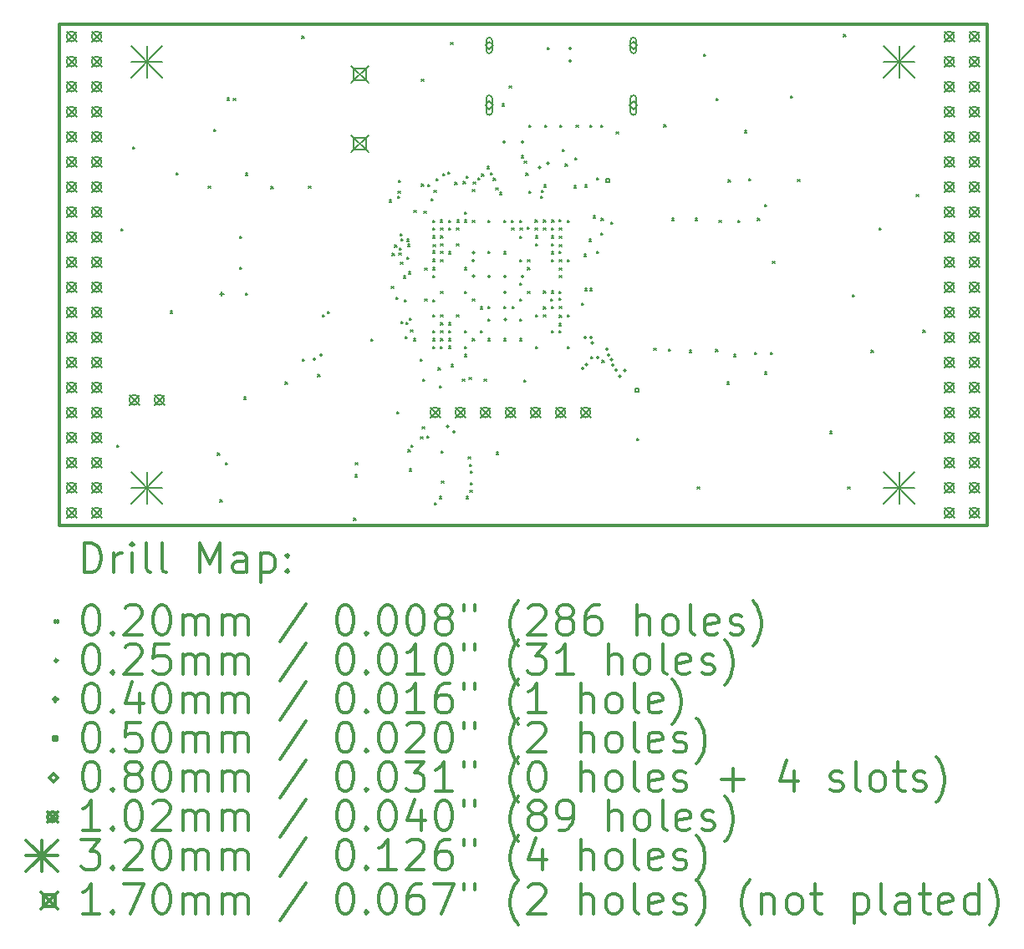
<source format=gbr>
%FSLAX45Y45*%
G04 Gerber Fmt 4.5, Leading zero omitted, Abs format (unit mm)*
G04 Created by KiCad (PCBNEW 4.0.5+dfsg1-4) date Wed May 17 15:07:04 2017*
%MOMM*%
%LPD*%
G01*
G04 APERTURE LIST*
%ADD10C,0.127000*%
%ADD11C,0.300000*%
%ADD12C,0.200000*%
G04 APERTURE END LIST*
D10*
D11*
X9410000Y-6142000D02*
X9410000Y-11222000D01*
X18808000Y-6142000D02*
X9410000Y-6142000D01*
X18808000Y-11222000D02*
X18808000Y-6142000D01*
X9410000Y-11222000D02*
X18808000Y-11222000D01*
D12*
X9998000Y-10410000D02*
X10018000Y-10430000D01*
X10018000Y-10410000D02*
X9998000Y-10430000D01*
X10037655Y-8216264D02*
X10057655Y-8236264D01*
X10057655Y-8216264D02*
X10037655Y-8236264D01*
X10158000Y-7390000D02*
X10178000Y-7410000D01*
X10178000Y-7390000D02*
X10158000Y-7410000D01*
X10538000Y-9050000D02*
X10558000Y-9070000D01*
X10558000Y-9050000D02*
X10538000Y-9070000D01*
X10598000Y-7650000D02*
X10618000Y-7670000D01*
X10618000Y-7650000D02*
X10598000Y-7670000D01*
X10924000Y-7783000D02*
X10944000Y-7803000D01*
X10944000Y-7783000D02*
X10924000Y-7803000D01*
X10978000Y-7210000D02*
X10998000Y-7230000D01*
X10998000Y-7210000D02*
X10978000Y-7230000D01*
X11018000Y-10490000D02*
X11038000Y-10510000D01*
X11038000Y-10490000D02*
X11018000Y-10510000D01*
X11042966Y-10966034D02*
X11062966Y-10986034D01*
X11062966Y-10966034D02*
X11042966Y-10986034D01*
X11098000Y-10590000D02*
X11118000Y-10610000D01*
X11118000Y-10590000D02*
X11098000Y-10610000D01*
X11113000Y-6892500D02*
X11133000Y-6912500D01*
X11133000Y-6892500D02*
X11113000Y-6912500D01*
X11178000Y-6894000D02*
X11198000Y-6914000D01*
X11198000Y-6894000D02*
X11178000Y-6914000D01*
X11241500Y-8291000D02*
X11261500Y-8311000D01*
X11261500Y-8291000D02*
X11241500Y-8311000D01*
X11241500Y-8608500D02*
X11261500Y-8628500D01*
X11261500Y-8608500D02*
X11241500Y-8628500D01*
X11283591Y-9924409D02*
X11303591Y-9944409D01*
X11303591Y-9924409D02*
X11283591Y-9944409D01*
X11298000Y-8870000D02*
X11318000Y-8890000D01*
X11318000Y-8870000D02*
X11298000Y-8890000D01*
X11301828Y-7654690D02*
X11321828Y-7674690D01*
X11321828Y-7654690D02*
X11301828Y-7674690D01*
X11559000Y-7791000D02*
X11579000Y-7811000D01*
X11579000Y-7791000D02*
X11559000Y-7811000D01*
X11702166Y-9771727D02*
X11722166Y-9791727D01*
X11722166Y-9771727D02*
X11702166Y-9791727D01*
X11871085Y-6266089D02*
X11891085Y-6286089D01*
X11891085Y-6266089D02*
X11871085Y-6286089D01*
X11874380Y-9539822D02*
X11894380Y-9559822D01*
X11894380Y-9539822D02*
X11874380Y-9559822D01*
X11940000Y-7783000D02*
X11960000Y-7803000D01*
X11960000Y-7783000D02*
X11940000Y-7803000D01*
X12033000Y-9695000D02*
X12053000Y-9715000D01*
X12053000Y-9695000D02*
X12033000Y-9715000D01*
X12078000Y-9090000D02*
X12098000Y-9110000D01*
X12098000Y-9090000D02*
X12078000Y-9110000D01*
X12130862Y-9053246D02*
X12150862Y-9073246D01*
X12150862Y-9053246D02*
X12130862Y-9073246D01*
X12398000Y-11151347D02*
X12418000Y-11171347D01*
X12418000Y-11151347D02*
X12398000Y-11171347D01*
X12410242Y-10710764D02*
X12430242Y-10730764D01*
X12430242Y-10710764D02*
X12410242Y-10730764D01*
X12415398Y-10588254D02*
X12435398Y-10608254D01*
X12435398Y-10588254D02*
X12415398Y-10608254D01*
X12572728Y-9335266D02*
X12592728Y-9355266D01*
X12592728Y-9335266D02*
X12572728Y-9355266D01*
X12754366Y-7925556D02*
X12774366Y-7945556D01*
X12774366Y-7925556D02*
X12754366Y-7945556D01*
X12778556Y-8799650D02*
X12798556Y-8819650D01*
X12798556Y-8799650D02*
X12778556Y-8819650D01*
X12786750Y-8467322D02*
X12806750Y-8487322D01*
X12806750Y-8467322D02*
X12786750Y-8487322D01*
X12811202Y-8383129D02*
X12831202Y-8403130D01*
X12831202Y-8383129D02*
X12811202Y-8403130D01*
X12826881Y-8913020D02*
X12846881Y-8933020D01*
X12846881Y-8913020D02*
X12826881Y-8933020D01*
X12834133Y-10069588D02*
X12854133Y-10089588D01*
X12854133Y-10069588D02*
X12834133Y-10089588D01*
X12841590Y-7889418D02*
X12861590Y-7909418D01*
X12861590Y-7889418D02*
X12841590Y-7909418D01*
X12846973Y-7836992D02*
X12866973Y-7856992D01*
X12866973Y-7836992D02*
X12846973Y-7856992D01*
X12849525Y-7727781D02*
X12869525Y-7747781D01*
X12869525Y-7727781D02*
X12849525Y-7747781D01*
X12855389Y-8465336D02*
X12875389Y-8485336D01*
X12875389Y-8465336D02*
X12855389Y-8485336D01*
X12859453Y-8412792D02*
X12879453Y-8432792D01*
X12879453Y-8412792D02*
X12859453Y-8432792D01*
X12867716Y-8265976D02*
X12887716Y-8285976D01*
X12887716Y-8265976D02*
X12867716Y-8285976D01*
X12871133Y-8557273D02*
X12891133Y-8577273D01*
X12891133Y-8557273D02*
X12871133Y-8577273D01*
X12873497Y-9155927D02*
X12893497Y-9175927D01*
X12893497Y-9155927D02*
X12873497Y-9175927D01*
X12875375Y-8318117D02*
X12895375Y-8338117D01*
X12895375Y-8318117D02*
X12875375Y-8338117D01*
X12899530Y-8694825D02*
X12919530Y-8714825D01*
X12919530Y-8694825D02*
X12899530Y-8714825D01*
X12911219Y-8938334D02*
X12931219Y-8958334D01*
X12931219Y-8938334D02*
X12911219Y-8958334D01*
X12918000Y-9310000D02*
X12938000Y-9330000D01*
X12938000Y-9310000D02*
X12918000Y-9330000D01*
X12925500Y-9164479D02*
X12945500Y-9184479D01*
X12945500Y-9164479D02*
X12925500Y-9184479D01*
X12933890Y-8321939D02*
X12953890Y-8341939D01*
X12953890Y-8321939D02*
X12933890Y-8341939D01*
X12935787Y-8502839D02*
X12955787Y-8522839D01*
X12955787Y-8502839D02*
X12935787Y-8522839D01*
X12944744Y-8373511D02*
X12964744Y-8393511D01*
X12964744Y-8373511D02*
X12944744Y-8393511D01*
X12946373Y-10458034D02*
X12966373Y-10478034D01*
X12966373Y-10458034D02*
X12946373Y-10478034D01*
X12949419Y-8653873D02*
X12969419Y-8673873D01*
X12969419Y-8653873D02*
X12949419Y-8673873D01*
X12958000Y-10650000D02*
X12978000Y-10670000D01*
X12978000Y-10650000D02*
X12958000Y-10670000D01*
X12960845Y-9125388D02*
X12980845Y-9145388D01*
X12980845Y-9125388D02*
X12960845Y-9145388D01*
X12971328Y-9241191D02*
X12991328Y-9261191D01*
X12991328Y-9241191D02*
X12971328Y-9261191D01*
X12978000Y-10410000D02*
X12998000Y-10430000D01*
X12998000Y-10410000D02*
X12978000Y-10430000D01*
X13002401Y-9331328D02*
X13022401Y-9351328D01*
X13022401Y-9331328D02*
X13002401Y-9351328D01*
X13007344Y-8029822D02*
X13027344Y-8049822D01*
X13027344Y-8029822D02*
X13007344Y-8049822D01*
X13070707Y-9535414D02*
X13090707Y-9555414D01*
X13090707Y-9535414D02*
X13070707Y-9555414D01*
X13073949Y-10325498D02*
X13093949Y-10345498D01*
X13093949Y-10325498D02*
X13073949Y-10345498D01*
X13081984Y-7764262D02*
X13101984Y-7784262D01*
X13101984Y-7764262D02*
X13081984Y-7784262D01*
X13082744Y-6701962D02*
X13102744Y-6721962D01*
X13102744Y-6701962D02*
X13082744Y-6721962D01*
X13091999Y-10226419D02*
X13111999Y-10246419D01*
X13111999Y-10226419D02*
X13091999Y-10246419D01*
X13092914Y-9739060D02*
X13112914Y-9759060D01*
X13112914Y-9739060D02*
X13092914Y-9759060D01*
X13108000Y-8040000D02*
X13128000Y-8060000D01*
X13128000Y-8040000D02*
X13108000Y-8060000D01*
X13115453Y-8615136D02*
X13135453Y-8635136D01*
X13135453Y-8615136D02*
X13115453Y-8635136D01*
X13118000Y-8930000D02*
X13138000Y-8950000D01*
X13138000Y-8930000D02*
X13118000Y-8950000D01*
X13135385Y-10319621D02*
X13155385Y-10339621D01*
X13155385Y-10319621D02*
X13135385Y-10339621D01*
X13146502Y-7769099D02*
X13166502Y-7789099D01*
X13166502Y-7769099D02*
X13146502Y-7789099D01*
X13178000Y-7910000D02*
X13198000Y-7930000D01*
X13198000Y-7910000D02*
X13178000Y-7930000D01*
X13197765Y-9087799D02*
X13217765Y-9107799D01*
X13217765Y-9087799D02*
X13197765Y-9107799D01*
X13197789Y-8611496D02*
X13217789Y-8631496D01*
X13217789Y-8611496D02*
X13197789Y-8631496D01*
X13197962Y-8527095D02*
X13217962Y-8547095D01*
X13217962Y-8527095D02*
X13197962Y-8547095D01*
X13198000Y-8440334D02*
X13218000Y-8460334D01*
X13218000Y-8440334D02*
X13198000Y-8460334D01*
X13198000Y-8130000D02*
X13218000Y-8150000D01*
X13218000Y-8130000D02*
X13198000Y-8150000D01*
X13198000Y-8207799D02*
X13218000Y-8227799D01*
X13218000Y-8207799D02*
X13198000Y-8227799D01*
X13198000Y-8690000D02*
X13218000Y-8710000D01*
X13218000Y-8690000D02*
X13198000Y-8710000D01*
X13198000Y-8934402D02*
X13218000Y-8954402D01*
X13218000Y-8934402D02*
X13198000Y-8954402D01*
X13198000Y-9250000D02*
X13218000Y-9270000D01*
X13218000Y-9250000D02*
X13198000Y-9270000D01*
X13198000Y-9330000D02*
X13218000Y-9350000D01*
X13218000Y-9330000D02*
X13198000Y-9350000D01*
X13198000Y-9410000D02*
X13218000Y-9430000D01*
X13218000Y-9410000D02*
X13198000Y-9430000D01*
X13198482Y-8287799D02*
X13218482Y-8307799D01*
X13218482Y-8287799D02*
X13198482Y-8307799D01*
X13201744Y-8376602D02*
X13221744Y-8396602D01*
X13221744Y-8376602D02*
X13201744Y-8396602D01*
X13211045Y-7827583D02*
X13231045Y-7847583D01*
X13231045Y-7827583D02*
X13211045Y-7847583D01*
X13213052Y-10992558D02*
X13233052Y-11012558D01*
X13233052Y-10992558D02*
X13213052Y-11012558D01*
X13229761Y-7711481D02*
X13249761Y-7731481D01*
X13249761Y-7711481D02*
X13229761Y-7731481D01*
X13253713Y-9628390D02*
X13273713Y-9648390D01*
X13273713Y-9628390D02*
X13253713Y-9648390D01*
X13264803Y-10932068D02*
X13284803Y-10952068D01*
X13284803Y-10932068D02*
X13264803Y-10952068D01*
X13265267Y-9807895D02*
X13285267Y-9827895D01*
X13285267Y-9807895D02*
X13265267Y-9827895D01*
X13274623Y-9409707D02*
X13294623Y-9429707D01*
X13294623Y-9409707D02*
X13274623Y-9429707D01*
X13275799Y-8129053D02*
X13295799Y-8149053D01*
X13295799Y-8129053D02*
X13275799Y-8149053D01*
X13277580Y-8532199D02*
X13297580Y-8552199D01*
X13297580Y-8532199D02*
X13277580Y-8552199D01*
X13278000Y-8210000D02*
X13298000Y-8230000D01*
X13298000Y-8210000D02*
X13278000Y-8230000D01*
X13278000Y-8290000D02*
X13298000Y-8310000D01*
X13298000Y-8290000D02*
X13278000Y-8310000D01*
X13278000Y-8850000D02*
X13298000Y-8870000D01*
X13298000Y-8850000D02*
X13278000Y-8870000D01*
X13278000Y-9090000D02*
X13298000Y-9110000D01*
X13298000Y-9090000D02*
X13278000Y-9110000D01*
X13278000Y-9170000D02*
X13298000Y-9190000D01*
X13298000Y-9170000D02*
X13278000Y-9190000D01*
X13278000Y-9250000D02*
X13298000Y-9270000D01*
X13298000Y-9250000D02*
X13278000Y-9270000D01*
X13278000Y-9330000D02*
X13298000Y-9350000D01*
X13298000Y-9330000D02*
X13278000Y-9350000D01*
X13278042Y-8446513D02*
X13298042Y-8466513D01*
X13298042Y-8446513D02*
X13278042Y-8466513D01*
X13278650Y-8367799D02*
X13298650Y-8387799D01*
X13298650Y-8367799D02*
X13278650Y-8387799D01*
X13281858Y-10470000D02*
X13301858Y-10490000D01*
X13301858Y-10470000D02*
X13281858Y-10490000D01*
X13285503Y-10773989D02*
X13305503Y-10793989D01*
X13305503Y-10773989D02*
X13285503Y-10793989D01*
X13299153Y-7658736D02*
X13319153Y-7678736D01*
X13319153Y-7658736D02*
X13299153Y-7678736D01*
X13349508Y-7643184D02*
X13369508Y-7663184D01*
X13369508Y-7643184D02*
X13349508Y-7663184D01*
X13357194Y-8449520D02*
X13377194Y-8469520D01*
X13377194Y-8449520D02*
X13357194Y-8469520D01*
X13358000Y-8210000D02*
X13378000Y-8230000D01*
X13378000Y-8210000D02*
X13358000Y-8230000D01*
X13358000Y-9170000D02*
X13378000Y-9190000D01*
X13378000Y-9170000D02*
X13358000Y-9190000D01*
X13358000Y-9250000D02*
X13378000Y-9270000D01*
X13378000Y-9250000D02*
X13358000Y-9270000D01*
X13358567Y-9330248D02*
X13378567Y-9350248D01*
X13378567Y-9330248D02*
X13358567Y-9350248D01*
X13359024Y-9408016D02*
X13379024Y-9428016D01*
X13379024Y-9408016D02*
X13359024Y-9428016D01*
X13360201Y-8130000D02*
X13380201Y-8150000D01*
X13380201Y-8130000D02*
X13360201Y-8150000D01*
X13378000Y-6330000D02*
X13398000Y-6350000D01*
X13398000Y-6330000D02*
X13378000Y-6350000D01*
X13381998Y-9593873D02*
X13401998Y-9613873D01*
X13401998Y-9593873D02*
X13381998Y-9613873D01*
X13421411Y-7746423D02*
X13441411Y-7766423D01*
X13441411Y-7746423D02*
X13421411Y-7766423D01*
X13438000Y-8210000D02*
X13458000Y-8230000D01*
X13458000Y-8210000D02*
X13438000Y-8230000D01*
X13438000Y-8370000D02*
X13458000Y-8390000D01*
X13458000Y-8370000D02*
X13438000Y-8390000D01*
X13438000Y-9090000D02*
X13458000Y-9110000D01*
X13458000Y-9090000D02*
X13438000Y-9110000D01*
X13444602Y-8129060D02*
X13464602Y-8149060D01*
X13464602Y-8129060D02*
X13444602Y-8149060D01*
X13498546Y-9743179D02*
X13518546Y-9763179D01*
X13518546Y-9743179D02*
X13498546Y-9763179D01*
X13505812Y-7740288D02*
X13525812Y-7760288D01*
X13525812Y-7740288D02*
X13505812Y-7760288D01*
X13517331Y-8851860D02*
X13537331Y-8871860D01*
X13537331Y-8851860D02*
X13517331Y-8871860D01*
X13517488Y-8129060D02*
X13537488Y-8149060D01*
X13537488Y-8129060D02*
X13517488Y-8149060D01*
X13518000Y-8050000D02*
X13538000Y-8070000D01*
X13538000Y-8050000D02*
X13518000Y-8070000D01*
X13518000Y-8610000D02*
X13538000Y-8630000D01*
X13538000Y-8610000D02*
X13518000Y-8630000D01*
X13518000Y-9250000D02*
X13538000Y-9270000D01*
X13538000Y-9250000D02*
X13518000Y-9270000D01*
X13518000Y-9410000D02*
X13538000Y-9430000D01*
X13538000Y-9410000D02*
X13518000Y-9430000D01*
X13518000Y-9490000D02*
X13538000Y-9510000D01*
X13538000Y-9490000D02*
X13518000Y-9510000D01*
X13537195Y-10930959D02*
X13557195Y-10950959D01*
X13557195Y-10930959D02*
X13537195Y-10950959D01*
X13537378Y-7684923D02*
X13557378Y-7704923D01*
X13557378Y-7684923D02*
X13537378Y-7704923D01*
X13558000Y-10530000D02*
X13578000Y-10550000D01*
X13578000Y-10530000D02*
X13558000Y-10550000D01*
X13567000Y-9723813D02*
X13587000Y-9743813D01*
X13587000Y-9723813D02*
X13567000Y-9743813D01*
X13567865Y-10606369D02*
X13587865Y-10626369D01*
X13587865Y-10606369D02*
X13567865Y-10626369D01*
X13575325Y-10869239D02*
X13595325Y-10889239D01*
X13595325Y-10869239D02*
X13575325Y-10889239D01*
X13575519Y-10792264D02*
X13595519Y-10812264D01*
X13595519Y-10792264D02*
X13575519Y-10812264D01*
X13578416Y-10670041D02*
X13598416Y-10690041D01*
X13598416Y-10670041D02*
X13578416Y-10690041D01*
X13598000Y-8130000D02*
X13618000Y-8150000D01*
X13618000Y-8130000D02*
X13598000Y-8150000D01*
X13598000Y-9330000D02*
X13618000Y-9350000D01*
X13618000Y-9330000D02*
X13598000Y-9350000D01*
X13598517Y-8929483D02*
X13618517Y-8949483D01*
X13618517Y-8929483D02*
X13598517Y-8949483D01*
X13600201Y-7816859D02*
X13620201Y-7836859D01*
X13620201Y-7816859D02*
X13600201Y-7836859D01*
X13607038Y-7743099D02*
X13627038Y-7763099D01*
X13627038Y-7743099D02*
X13607038Y-7763099D01*
X13654520Y-7700918D02*
X13674520Y-7720918D01*
X13674520Y-7700918D02*
X13654520Y-7720918D01*
X13678000Y-9250000D02*
X13698000Y-9270000D01*
X13698000Y-9250000D02*
X13678000Y-9270000D01*
X13678517Y-9009483D02*
X13698517Y-9029483D01*
X13698517Y-9009483D02*
X13678517Y-9029483D01*
X13692375Y-7664252D02*
X13712375Y-7684252D01*
X13712375Y-7664252D02*
X13692375Y-7684252D01*
X13718870Y-9743874D02*
X13738870Y-9763874D01*
X13738870Y-9743874D02*
X13718870Y-9763874D01*
X13748934Y-7587419D02*
X13768934Y-7607419D01*
X13768934Y-7587419D02*
X13748934Y-7607419D01*
X13756589Y-9130245D02*
X13776589Y-9150245D01*
X13776589Y-9130245D02*
X13756589Y-9150245D01*
X13758000Y-8130000D02*
X13778000Y-8150000D01*
X13778000Y-8130000D02*
X13758000Y-8150000D01*
X13758000Y-9007299D02*
X13778000Y-9027299D01*
X13778000Y-9007299D02*
X13758000Y-9027299D01*
X13758000Y-9330000D02*
X13778000Y-9350000D01*
X13778000Y-9330000D02*
X13758000Y-9350000D01*
X13758056Y-8443409D02*
X13778056Y-8463409D01*
X13778056Y-8443409D02*
X13758056Y-8463409D01*
X13780635Y-7647724D02*
X13800635Y-7667724D01*
X13800635Y-7647724D02*
X13780635Y-7667724D01*
X13812336Y-7706418D02*
X13832336Y-7726418D01*
X13832336Y-7706418D02*
X13812336Y-7726418D01*
X13837475Y-7801776D02*
X13857475Y-7821776D01*
X13857475Y-7801776D02*
X13837475Y-7821776D01*
X13840016Y-10481188D02*
X13860016Y-10501188D01*
X13860016Y-10481188D02*
X13840016Y-10501188D01*
X13875738Y-7850080D02*
X13895738Y-7870080D01*
X13895738Y-7850080D02*
X13875738Y-7870080D01*
X13898000Y-6950000D02*
X13918000Y-6970000D01*
X13918000Y-6950000D02*
X13898000Y-6970000D01*
X13917252Y-8451135D02*
X13937252Y-8471135D01*
X13937252Y-8451135D02*
X13917252Y-8471135D01*
X13918000Y-8130000D02*
X13938000Y-8150000D01*
X13938000Y-8130000D02*
X13918000Y-8150000D01*
X13918000Y-9002299D02*
X13938000Y-9022299D01*
X13938000Y-9002299D02*
X13918000Y-9022299D01*
X13918000Y-9330000D02*
X13938000Y-9350000D01*
X13938000Y-9330000D02*
X13918000Y-9350000D01*
X13972000Y-6767000D02*
X13992000Y-6787000D01*
X13992000Y-6767000D02*
X13972000Y-6787000D01*
X13993599Y-8130000D02*
X14013599Y-8150000D01*
X14013599Y-8130000D02*
X13993599Y-8150000D01*
X13998000Y-8210000D02*
X14018000Y-8230000D01*
X14018000Y-8210000D02*
X13998000Y-8230000D01*
X13999489Y-9002299D02*
X14019489Y-9022299D01*
X14019489Y-9002299D02*
X13999489Y-9022299D01*
X14076403Y-8294140D02*
X14096403Y-8314140D01*
X14096403Y-8294140D02*
X14076403Y-8314140D01*
X14077419Y-9133335D02*
X14097419Y-9153335D01*
X14097419Y-9133335D02*
X14077419Y-9153335D01*
X14078000Y-8130000D02*
X14098000Y-8150000D01*
X14098000Y-8130000D02*
X14078000Y-8150000D01*
X14078000Y-8530000D02*
X14098000Y-8550000D01*
X14098000Y-8530000D02*
X14078000Y-8550000D01*
X14078000Y-8770000D02*
X14098000Y-8790000D01*
X14098000Y-8770000D02*
X14078000Y-8790000D01*
X14078000Y-8930000D02*
X14098000Y-8950000D01*
X14098000Y-8930000D02*
X14078000Y-8950000D01*
X14078000Y-9330000D02*
X14098000Y-9350000D01*
X14098000Y-9330000D02*
X14078000Y-9350000D01*
X14082401Y-8207928D02*
X14102401Y-8227928D01*
X14102401Y-8207928D02*
X14082401Y-8227928D01*
X14094664Y-7477380D02*
X14114664Y-7497380D01*
X14114664Y-7477380D02*
X14094664Y-7497380D01*
X14118000Y-9750000D02*
X14138000Y-9770000D01*
X14138000Y-9750000D02*
X14118000Y-9770000D01*
X14122988Y-7531564D02*
X14142988Y-7551564D01*
X14142988Y-7531564D02*
X14122988Y-7551564D01*
X14139991Y-7654792D02*
X14159991Y-7674792D01*
X14159991Y-7654792D02*
X14139991Y-7674792D01*
X14155799Y-8203034D02*
X14175799Y-8223034D01*
X14175799Y-8203034D02*
X14155799Y-8223034D01*
X14158000Y-8530000D02*
X14178000Y-8550000D01*
X14178000Y-8530000D02*
X14158000Y-8550000D01*
X14158000Y-8610000D02*
X14178000Y-8630000D01*
X14178000Y-8610000D02*
X14158000Y-8630000D01*
X14158000Y-8850000D02*
X14178000Y-8870000D01*
X14178000Y-8850000D02*
X14158000Y-8870000D01*
X14172011Y-7834694D02*
X14192011Y-7854694D01*
X14192011Y-7834694D02*
X14172011Y-7854694D01*
X14172835Y-7169299D02*
X14192835Y-7189299D01*
X14192835Y-7169299D02*
X14172835Y-7189299D01*
X14235799Y-8128224D02*
X14255799Y-8148224D01*
X14255799Y-8128224D02*
X14235799Y-8148224D01*
X14235799Y-8209139D02*
X14255799Y-8229139D01*
X14255799Y-8209139D02*
X14235799Y-8229139D01*
X14237355Y-8289891D02*
X14257355Y-8309891D01*
X14257355Y-8289891D02*
X14237355Y-8309891D01*
X14238000Y-8370000D02*
X14258000Y-8390000D01*
X14258000Y-8370000D02*
X14238000Y-8390000D01*
X14238000Y-9090000D02*
X14258000Y-9110000D01*
X14258000Y-9090000D02*
X14238000Y-9110000D01*
X14238000Y-9410000D02*
X14258000Y-9430000D01*
X14258000Y-9410000D02*
X14238000Y-9430000D01*
X14292031Y-7887926D02*
X14312031Y-7907926D01*
X14312031Y-7887926D02*
X14292031Y-7907926D01*
X14298723Y-7827519D02*
X14318723Y-7847519D01*
X14318723Y-7827519D02*
X14298723Y-7847519D01*
X14317803Y-8849503D02*
X14337803Y-8869503D01*
X14337803Y-8849503D02*
X14317803Y-8869503D01*
X14318000Y-9090000D02*
X14338000Y-9110000D01*
X14338000Y-9090000D02*
X14318000Y-9110000D01*
X14318182Y-9010195D02*
X14338182Y-9030195D01*
X14338182Y-9010195D02*
X14318182Y-9030195D01*
X14320201Y-8128173D02*
X14340201Y-8148173D01*
X14340201Y-8128173D02*
X14320201Y-8148173D01*
X14320201Y-8209499D02*
X14340201Y-8229499D01*
X14340201Y-8209499D02*
X14320201Y-8229499D01*
X14322321Y-7773748D02*
X14342321Y-7793748D01*
X14342321Y-7773748D02*
X14322321Y-7793748D01*
X14329270Y-7169299D02*
X14349270Y-7189299D01*
X14349270Y-7169299D02*
X14329270Y-7189299D01*
X14358000Y-6380000D02*
X14378000Y-6400000D01*
X14378000Y-6380000D02*
X14358000Y-6400000D01*
X14393579Y-8929761D02*
X14413579Y-8949761D01*
X14413579Y-8929761D02*
X14393579Y-8949761D01*
X14397690Y-8208645D02*
X14417690Y-8228645D01*
X14417690Y-8208645D02*
X14397690Y-8228645D01*
X14398000Y-8290000D02*
X14418000Y-8310000D01*
X14418000Y-8290000D02*
X14398000Y-8310000D01*
X14398000Y-8370000D02*
X14418000Y-8390000D01*
X14418000Y-8370000D02*
X14398000Y-8390000D01*
X14398000Y-8450000D02*
X14418000Y-8470000D01*
X14418000Y-8450000D02*
X14398000Y-8470000D01*
X14398000Y-9250000D02*
X14418000Y-9270000D01*
X14418000Y-9250000D02*
X14398000Y-9270000D01*
X14398052Y-8529722D02*
X14418052Y-8549722D01*
X14418052Y-8529722D02*
X14398052Y-8549722D01*
X14398242Y-9003286D02*
X14418242Y-9023286D01*
X14418242Y-9003286D02*
X14398242Y-9023286D01*
X14398283Y-8848451D02*
X14418283Y-8868451D01*
X14418283Y-8848451D02*
X14398283Y-8868451D01*
X14404602Y-8127478D02*
X14424602Y-8147478D01*
X14424602Y-8127478D02*
X14404602Y-8147478D01*
X14476639Y-8123398D02*
X14496639Y-8143398D01*
X14496639Y-8123398D02*
X14476639Y-8143398D01*
X14476942Y-8918885D02*
X14496942Y-8938885D01*
X14496942Y-8918885D02*
X14476942Y-8938885D01*
X14477765Y-8852201D02*
X14497765Y-8872201D01*
X14497765Y-8852201D02*
X14477765Y-8872201D01*
X14477769Y-8443293D02*
X14497769Y-8463293D01*
X14497769Y-8443293D02*
X14477769Y-8463293D01*
X14478235Y-9247799D02*
X14498235Y-9267799D01*
X14498235Y-9247799D02*
X14478235Y-9267799D01*
X14478278Y-9177765D02*
X14498278Y-9197765D01*
X14498278Y-9177765D02*
X14478278Y-9197765D01*
X14478509Y-8207799D02*
X14498509Y-8227799D01*
X14498509Y-8207799D02*
X14478509Y-8227799D01*
X14478522Y-9092124D02*
X14498522Y-9112124D01*
X14498522Y-9092124D02*
X14478522Y-9112124D01*
X14478569Y-9003286D02*
X14498569Y-9023286D01*
X14498569Y-9003286D02*
X14478569Y-9023286D01*
X14478654Y-8528519D02*
X14498654Y-8548519D01*
X14498654Y-8528519D02*
X14478654Y-8548519D01*
X14478856Y-8689382D02*
X14498856Y-8709382D01*
X14498856Y-8689382D02*
X14478856Y-8709382D01*
X14479038Y-8376602D02*
X14499038Y-8396602D01*
X14499038Y-8376602D02*
X14479038Y-8396602D01*
X14479410Y-8292201D02*
X14499410Y-8312201D01*
X14499410Y-8292201D02*
X14479410Y-8312201D01*
X14480128Y-8616874D02*
X14500128Y-8636874D01*
X14500128Y-8616874D02*
X14480128Y-8636874D01*
X14486673Y-7169299D02*
X14506673Y-7189299D01*
X14506673Y-7169299D02*
X14486673Y-7189299D01*
X14507287Y-7414054D02*
X14527287Y-7434054D01*
X14527287Y-7414054D02*
X14507287Y-7434054D01*
X14539400Y-7561857D02*
X14559400Y-7581857D01*
X14559400Y-7561857D02*
X14539400Y-7581857D01*
X14558000Y-8130000D02*
X14578000Y-8150000D01*
X14578000Y-8130000D02*
X14558000Y-8150000D01*
X14558000Y-8532201D02*
X14578000Y-8552201D01*
X14578000Y-8532201D02*
X14558000Y-8552201D01*
X14558000Y-9090000D02*
X14578000Y-9110000D01*
X14578000Y-9090000D02*
X14558000Y-9110000D01*
X14558000Y-9410000D02*
X14578000Y-9430000D01*
X14578000Y-9410000D02*
X14558000Y-9430000D01*
X14628717Y-7781899D02*
X14648717Y-7801899D01*
X14648717Y-7781899D02*
X14628717Y-7801899D01*
X14635665Y-7495669D02*
X14655665Y-7515669D01*
X14655665Y-7495669D02*
X14635665Y-7515669D01*
X14650299Y-7169299D02*
X14670299Y-7189299D01*
X14670299Y-7169299D02*
X14650299Y-7189299D01*
X14702593Y-8970288D02*
X14722593Y-8990288D01*
X14722593Y-8970288D02*
X14702593Y-8990288D01*
X14732247Y-8475859D02*
X14752247Y-8495859D01*
X14752247Y-8475859D02*
X14732247Y-8495859D01*
X14737067Y-8822484D02*
X14757067Y-8842484D01*
X14757067Y-8822484D02*
X14737067Y-8842484D01*
X14738000Y-7772201D02*
X14758000Y-7792201D01*
X14758000Y-7772201D02*
X14738000Y-7792201D01*
X14780411Y-8322869D02*
X14800411Y-8342869D01*
X14800411Y-8322869D02*
X14780411Y-8342869D01*
X14788706Y-7169299D02*
X14808706Y-7189299D01*
X14808706Y-7169299D02*
X14788706Y-7189299D01*
X14789768Y-8822484D02*
X14809768Y-8842484D01*
X14809768Y-8822484D02*
X14789768Y-8842484D01*
X14797412Y-9512933D02*
X14817412Y-9532933D01*
X14817412Y-9512933D02*
X14797412Y-9532933D01*
X14823777Y-8087578D02*
X14843777Y-8107578D01*
X14843777Y-8087578D02*
X14823777Y-8107578D01*
X14853988Y-7702493D02*
X14873988Y-7722493D01*
X14873988Y-7702493D02*
X14853988Y-7722493D01*
X14856880Y-8445031D02*
X14876880Y-8465031D01*
X14876880Y-8445031D02*
X14856880Y-8465031D01*
X14898000Y-7169299D02*
X14918000Y-7189299D01*
X14918000Y-7169299D02*
X14898000Y-7189299D01*
X14901003Y-8261055D02*
X14921003Y-8281055D01*
X14921003Y-8261055D02*
X14901003Y-8281055D01*
X14903191Y-8110201D02*
X14923191Y-8130201D01*
X14923191Y-8110201D02*
X14903191Y-8130201D01*
X14910771Y-9550529D02*
X14930771Y-9570529D01*
X14930771Y-9550529D02*
X14910771Y-9570529D01*
X14998000Y-8150000D02*
X15018000Y-8170000D01*
X15018000Y-8150000D02*
X14998000Y-8170000D01*
X15054200Y-7232799D02*
X15074200Y-7252799D01*
X15074200Y-7232799D02*
X15054200Y-7252799D01*
X15262831Y-10342902D02*
X15282831Y-10362902D01*
X15282831Y-10342902D02*
X15262831Y-10362902D01*
X15438000Y-9430000D02*
X15458000Y-9450000D01*
X15458000Y-9430000D02*
X15438000Y-9450000D01*
X15538000Y-7162299D02*
X15558000Y-7182299D01*
X15558000Y-7162299D02*
X15538000Y-7182299D01*
X15584572Y-9434482D02*
X15604572Y-9454482D01*
X15604572Y-9434482D02*
X15584572Y-9454482D01*
X15618000Y-8110000D02*
X15638000Y-8130000D01*
X15638000Y-8110000D02*
X15618000Y-8130000D01*
X15798000Y-9450000D02*
X15818000Y-9470000D01*
X15818000Y-9450000D02*
X15798000Y-9470000D01*
X15858000Y-8110000D02*
X15878000Y-8130000D01*
X15878000Y-8110000D02*
X15858000Y-8130000D01*
X15877000Y-10831000D02*
X15897000Y-10851000D01*
X15897000Y-10831000D02*
X15877000Y-10851000D01*
X15938000Y-6450000D02*
X15958000Y-6470000D01*
X15958000Y-6450000D02*
X15938000Y-6470000D01*
X16063480Y-9440558D02*
X16083480Y-9460558D01*
X16083480Y-9440558D02*
X16063480Y-9460558D01*
X16067500Y-6894000D02*
X16087500Y-6914000D01*
X16087500Y-6894000D02*
X16067500Y-6914000D01*
X16098000Y-8130000D02*
X16118000Y-8150000D01*
X16118000Y-8130000D02*
X16098000Y-8150000D01*
X16178000Y-9770000D02*
X16198000Y-9790000D01*
X16198000Y-9770000D02*
X16178000Y-9790000D01*
X16189500Y-7721500D02*
X16209500Y-7741500D01*
X16209500Y-7721500D02*
X16189500Y-7741500D01*
X16246000Y-9490000D02*
X16266000Y-9510000D01*
X16266000Y-9490000D02*
X16246000Y-9510000D01*
X16285050Y-8134090D02*
X16305050Y-8154090D01*
X16305050Y-8134090D02*
X16285050Y-8154090D01*
X16353258Y-7221554D02*
X16373258Y-7241554D01*
X16373258Y-7221554D02*
X16353258Y-7241554D01*
X16398000Y-7710000D02*
X16418000Y-7730000D01*
X16418000Y-7710000D02*
X16398000Y-7730000D01*
X16455377Y-9472555D02*
X16475377Y-9492555D01*
X16475377Y-9472555D02*
X16455377Y-9492555D01*
X16487879Y-8112420D02*
X16507879Y-8132420D01*
X16507879Y-8112420D02*
X16487879Y-8132420D01*
X16558000Y-7970000D02*
X16578000Y-7990000D01*
X16578000Y-7970000D02*
X16558000Y-7990000D01*
X16558000Y-9670000D02*
X16578000Y-9690000D01*
X16578000Y-9670000D02*
X16558000Y-9690000D01*
X16618000Y-9470000D02*
X16638000Y-9490000D01*
X16638000Y-9470000D02*
X16618000Y-9490000D01*
X16638000Y-8550000D02*
X16658000Y-8570000D01*
X16658000Y-8550000D02*
X16638000Y-8570000D01*
X16823225Y-6869469D02*
X16843225Y-6889469D01*
X16843225Y-6869469D02*
X16823225Y-6889469D01*
X16893000Y-7719500D02*
X16913000Y-7739500D01*
X16913000Y-7719500D02*
X16893000Y-7739500D01*
X17218000Y-10270000D02*
X17238000Y-10290000D01*
X17238000Y-10270000D02*
X17218000Y-10290000D01*
X17358000Y-6250000D02*
X17378000Y-6270000D01*
X17378000Y-6250000D02*
X17358000Y-6270000D01*
X17401000Y-10831000D02*
X17421000Y-10851000D01*
X17421000Y-10831000D02*
X17401000Y-10851000D01*
X17448799Y-8887335D02*
X17468799Y-8907335D01*
X17468799Y-8887335D02*
X17448799Y-8907335D01*
X17638000Y-9450000D02*
X17658000Y-9470000D01*
X17658000Y-9450000D02*
X17638000Y-9470000D01*
X17718000Y-8210000D02*
X17738000Y-8230000D01*
X17738000Y-8210000D02*
X17718000Y-8230000D01*
X18096500Y-7868500D02*
X18116500Y-7888500D01*
X18116500Y-7868500D02*
X18096500Y-7888500D01*
X18163000Y-9245000D02*
X18183000Y-9265000D01*
X18183000Y-9245000D02*
X18163000Y-9265000D01*
X12010516Y-9541295D02*
G75*
G03X12010516Y-9541295I-12700J0D01*
G01*
X12076103Y-9497760D02*
G75*
G03X12076103Y-9497760I-12700J0D01*
G01*
X13357629Y-10223262D02*
G75*
G03X13357629Y-10223262I-12700J0D01*
G01*
X13420141Y-10275223D02*
G75*
G03X13420141Y-10275223I-12700J0D01*
G01*
X13620700Y-8460000D02*
G75*
G03X13620700Y-8460000I-12700J0D01*
G01*
X13620700Y-8540000D02*
G75*
G03X13620700Y-8540000I-12700J0D01*
G01*
X13623799Y-8699540D02*
G75*
G03X13623799Y-8699540I-12700J0D01*
G01*
X13780700Y-8700000D02*
G75*
G03X13780700Y-8700000I-12700J0D01*
G01*
X13931242Y-7337804D02*
G75*
G03X13931242Y-7337804I-12700J0D01*
G01*
X13940700Y-8700000D02*
G75*
G03X13940700Y-8700000I-12700J0D01*
G01*
X13940700Y-8860000D02*
G75*
G03X13940700Y-8860000I-12700J0D01*
G01*
X13943964Y-9135970D02*
G75*
G03X13943964Y-9135970I-12700J0D01*
G01*
X14115614Y-7339101D02*
G75*
G03X14115614Y-7339101I-12700J0D01*
G01*
X14116986Y-8699500D02*
G75*
G03X14116986Y-8699500I-12700J0D01*
G01*
X14290285Y-7593915D02*
G75*
G03X14290285Y-7593915I-12700J0D01*
G01*
X14375267Y-7552125D02*
G75*
G03X14375267Y-7552125I-12700J0D01*
G01*
X14597886Y-6518923D02*
G75*
G03X14597886Y-6518923I-12700J0D01*
G01*
X14600073Y-6392085D02*
G75*
G03X14600073Y-6392085I-12700J0D01*
G01*
X14725899Y-9634801D02*
G75*
G03X14725899Y-9634801I-12700J0D01*
G01*
X14752909Y-9320901D02*
G75*
G03X14752909Y-9320901I-12700J0D01*
G01*
X14765370Y-9592166D02*
G75*
G03X14765370Y-9592166I-12700J0D01*
G01*
X14810990Y-9319373D02*
G75*
G03X14810990Y-9319373I-12700J0D01*
G01*
X14823724Y-9376062D02*
G75*
G03X14823724Y-9376062I-12700J0D01*
G01*
X14878093Y-9523995D02*
G75*
G03X14878093Y-9523995I-12700J0D01*
G01*
X14974686Y-9437887D02*
G75*
G03X14974686Y-9437887I-12700J0D01*
G01*
X14990624Y-9494419D02*
G75*
G03X14990624Y-9494419I-12700J0D01*
G01*
X15019903Y-9544603D02*
G75*
G03X15019903Y-9544603I-12700J0D01*
G01*
X15032486Y-9601326D02*
G75*
G03X15032486Y-9601326I-12700J0D01*
G01*
X15064591Y-9649751D02*
G75*
G03X15064591Y-9649751I-12700J0D01*
G01*
X15102216Y-9710492D02*
G75*
G03X15102216Y-9710492I-12700J0D01*
G01*
X15155392Y-9652519D02*
G75*
G03X15155392Y-9652519I-12700J0D01*
G01*
X11059366Y-8855671D02*
X11059366Y-8895671D01*
X11039366Y-8875671D02*
X11079366Y-8875671D01*
X14988751Y-7746651D02*
X14988751Y-7711296D01*
X14953396Y-7711296D01*
X14953396Y-7746651D01*
X14988751Y-7746651D01*
X15279782Y-9869675D02*
X15279782Y-9834319D01*
X15244427Y-9834319D01*
X15244427Y-9869675D01*
X15279782Y-9869675D01*
X13768000Y-6400000D02*
X13808000Y-6360000D01*
X13768000Y-6320000D01*
X13728000Y-6360000D01*
X13768000Y-6400000D01*
X13738000Y-6310000D02*
X13738000Y-6410000D01*
X13798000Y-6310000D02*
X13798000Y-6410000D01*
X13738000Y-6410000D02*
G75*
G03X13798000Y-6410000I30000J0D01*
G01*
X13798000Y-6310000D02*
G75*
G03X13738000Y-6310000I-30000J0D01*
G01*
X13768000Y-7005000D02*
X13808000Y-6965000D01*
X13768000Y-6925000D01*
X13728000Y-6965000D01*
X13768000Y-7005000D01*
X13738000Y-6895000D02*
X13738000Y-7035000D01*
X13798000Y-6895000D02*
X13798000Y-7035000D01*
X13738000Y-7035000D02*
G75*
G03X13798000Y-7035000I30000J0D01*
G01*
X13798000Y-6895000D02*
G75*
G03X13738000Y-6895000I-30000J0D01*
G01*
X15228000Y-6400000D02*
X15268000Y-6360000D01*
X15228000Y-6320000D01*
X15188000Y-6360000D01*
X15228000Y-6400000D01*
X15198000Y-6310000D02*
X15198000Y-6410000D01*
X15258000Y-6310000D02*
X15258000Y-6410000D01*
X15198000Y-6410000D02*
G75*
G03X15258000Y-6410000I30000J0D01*
G01*
X15258000Y-6310000D02*
G75*
G03X15198000Y-6310000I-30000J0D01*
G01*
X15228000Y-7005000D02*
X15268000Y-6965000D01*
X15228000Y-6925000D01*
X15188000Y-6965000D01*
X15228000Y-7005000D01*
X15198000Y-6895000D02*
X15198000Y-7035000D01*
X15258000Y-6895000D02*
X15258000Y-7035000D01*
X15198000Y-7035000D02*
G75*
G03X15258000Y-7035000I30000J0D01*
G01*
X15258000Y-6895000D02*
G75*
G03X15198000Y-6895000I-30000J0D01*
G01*
X9486200Y-6218200D02*
X9587800Y-6319800D01*
X9587800Y-6218200D02*
X9486200Y-6319800D01*
X9587800Y-6269000D02*
G75*
G03X9587800Y-6269000I-50800J0D01*
G01*
X9486200Y-6472200D02*
X9587800Y-6573800D01*
X9587800Y-6472200D02*
X9486200Y-6573800D01*
X9587800Y-6523000D02*
G75*
G03X9587800Y-6523000I-50800J0D01*
G01*
X9486200Y-6726200D02*
X9587800Y-6827800D01*
X9587800Y-6726200D02*
X9486200Y-6827800D01*
X9587800Y-6777000D02*
G75*
G03X9587800Y-6777000I-50800J0D01*
G01*
X9486200Y-6980200D02*
X9587800Y-7081800D01*
X9587800Y-6980200D02*
X9486200Y-7081800D01*
X9587800Y-7031000D02*
G75*
G03X9587800Y-7031000I-50800J0D01*
G01*
X9486200Y-7234200D02*
X9587800Y-7335800D01*
X9587800Y-7234200D02*
X9486200Y-7335800D01*
X9587800Y-7285000D02*
G75*
G03X9587800Y-7285000I-50800J0D01*
G01*
X9486200Y-7488200D02*
X9587800Y-7589800D01*
X9587800Y-7488200D02*
X9486200Y-7589800D01*
X9587800Y-7539000D02*
G75*
G03X9587800Y-7539000I-50800J0D01*
G01*
X9486200Y-7742200D02*
X9587800Y-7843800D01*
X9587800Y-7742200D02*
X9486200Y-7843800D01*
X9587800Y-7793000D02*
G75*
G03X9587800Y-7793000I-50800J0D01*
G01*
X9486200Y-7996200D02*
X9587800Y-8097800D01*
X9587800Y-7996200D02*
X9486200Y-8097800D01*
X9587800Y-8047000D02*
G75*
G03X9587800Y-8047000I-50800J0D01*
G01*
X9486200Y-8250200D02*
X9587800Y-8351800D01*
X9587800Y-8250200D02*
X9486200Y-8351800D01*
X9587800Y-8301000D02*
G75*
G03X9587800Y-8301000I-50800J0D01*
G01*
X9486200Y-8504200D02*
X9587800Y-8605800D01*
X9587800Y-8504200D02*
X9486200Y-8605800D01*
X9587800Y-8555000D02*
G75*
G03X9587800Y-8555000I-50800J0D01*
G01*
X9486200Y-8758200D02*
X9587800Y-8859800D01*
X9587800Y-8758200D02*
X9486200Y-8859800D01*
X9587800Y-8809000D02*
G75*
G03X9587800Y-8809000I-50800J0D01*
G01*
X9486200Y-9012200D02*
X9587800Y-9113800D01*
X9587800Y-9012200D02*
X9486200Y-9113800D01*
X9587800Y-9063000D02*
G75*
G03X9587800Y-9063000I-50800J0D01*
G01*
X9486200Y-9266200D02*
X9587800Y-9367800D01*
X9587800Y-9266200D02*
X9486200Y-9367800D01*
X9587800Y-9317000D02*
G75*
G03X9587800Y-9317000I-50800J0D01*
G01*
X9486200Y-9520200D02*
X9587800Y-9621800D01*
X9587800Y-9520200D02*
X9486200Y-9621800D01*
X9587800Y-9571000D02*
G75*
G03X9587800Y-9571000I-50800J0D01*
G01*
X9486200Y-9774200D02*
X9587800Y-9875800D01*
X9587800Y-9774200D02*
X9486200Y-9875800D01*
X9587800Y-9825000D02*
G75*
G03X9587800Y-9825000I-50800J0D01*
G01*
X9486200Y-10028200D02*
X9587800Y-10129800D01*
X9587800Y-10028200D02*
X9486200Y-10129800D01*
X9587800Y-10079000D02*
G75*
G03X9587800Y-10079000I-50800J0D01*
G01*
X9486200Y-10282200D02*
X9587800Y-10383800D01*
X9587800Y-10282200D02*
X9486200Y-10383800D01*
X9587800Y-10333000D02*
G75*
G03X9587800Y-10333000I-50800J0D01*
G01*
X9486200Y-10536200D02*
X9587800Y-10637800D01*
X9587800Y-10536200D02*
X9486200Y-10637800D01*
X9587800Y-10587000D02*
G75*
G03X9587800Y-10587000I-50800J0D01*
G01*
X9486200Y-10790200D02*
X9587800Y-10891800D01*
X9587800Y-10790200D02*
X9486200Y-10891800D01*
X9587800Y-10841000D02*
G75*
G03X9587800Y-10841000I-50800J0D01*
G01*
X9486200Y-11044200D02*
X9587800Y-11145800D01*
X9587800Y-11044200D02*
X9486200Y-11145800D01*
X9587800Y-11095000D02*
G75*
G03X9587800Y-11095000I-50800J0D01*
G01*
X9740200Y-6218200D02*
X9841800Y-6319800D01*
X9841800Y-6218200D02*
X9740200Y-6319800D01*
X9841800Y-6269000D02*
G75*
G03X9841800Y-6269000I-50800J0D01*
G01*
X9740200Y-6472200D02*
X9841800Y-6573800D01*
X9841800Y-6472200D02*
X9740200Y-6573800D01*
X9841800Y-6523000D02*
G75*
G03X9841800Y-6523000I-50800J0D01*
G01*
X9740200Y-6726200D02*
X9841800Y-6827800D01*
X9841800Y-6726200D02*
X9740200Y-6827800D01*
X9841800Y-6777000D02*
G75*
G03X9841800Y-6777000I-50800J0D01*
G01*
X9740200Y-6980200D02*
X9841800Y-7081800D01*
X9841800Y-6980200D02*
X9740200Y-7081800D01*
X9841800Y-7031000D02*
G75*
G03X9841800Y-7031000I-50800J0D01*
G01*
X9740200Y-7234200D02*
X9841800Y-7335800D01*
X9841800Y-7234200D02*
X9740200Y-7335800D01*
X9841800Y-7285000D02*
G75*
G03X9841800Y-7285000I-50800J0D01*
G01*
X9740200Y-7488200D02*
X9841800Y-7589800D01*
X9841800Y-7488200D02*
X9740200Y-7589800D01*
X9841800Y-7539000D02*
G75*
G03X9841800Y-7539000I-50800J0D01*
G01*
X9740200Y-7742200D02*
X9841800Y-7843800D01*
X9841800Y-7742200D02*
X9740200Y-7843800D01*
X9841800Y-7793000D02*
G75*
G03X9841800Y-7793000I-50800J0D01*
G01*
X9740200Y-7996200D02*
X9841800Y-8097800D01*
X9841800Y-7996200D02*
X9740200Y-8097800D01*
X9841800Y-8047000D02*
G75*
G03X9841800Y-8047000I-50800J0D01*
G01*
X9740200Y-8250200D02*
X9841800Y-8351800D01*
X9841800Y-8250200D02*
X9740200Y-8351800D01*
X9841800Y-8301000D02*
G75*
G03X9841800Y-8301000I-50800J0D01*
G01*
X9740200Y-8504200D02*
X9841800Y-8605800D01*
X9841800Y-8504200D02*
X9740200Y-8605800D01*
X9841800Y-8555000D02*
G75*
G03X9841800Y-8555000I-50800J0D01*
G01*
X9740200Y-8758200D02*
X9841800Y-8859800D01*
X9841800Y-8758200D02*
X9740200Y-8859800D01*
X9841800Y-8809000D02*
G75*
G03X9841800Y-8809000I-50800J0D01*
G01*
X9740200Y-9012200D02*
X9841800Y-9113800D01*
X9841800Y-9012200D02*
X9740200Y-9113800D01*
X9841800Y-9063000D02*
G75*
G03X9841800Y-9063000I-50800J0D01*
G01*
X9740200Y-9266200D02*
X9841800Y-9367800D01*
X9841800Y-9266200D02*
X9740200Y-9367800D01*
X9841800Y-9317000D02*
G75*
G03X9841800Y-9317000I-50800J0D01*
G01*
X9740200Y-9520200D02*
X9841800Y-9621800D01*
X9841800Y-9520200D02*
X9740200Y-9621800D01*
X9841800Y-9571000D02*
G75*
G03X9841800Y-9571000I-50800J0D01*
G01*
X9740200Y-9774200D02*
X9841800Y-9875800D01*
X9841800Y-9774200D02*
X9740200Y-9875800D01*
X9841800Y-9825000D02*
G75*
G03X9841800Y-9825000I-50800J0D01*
G01*
X9740200Y-10028200D02*
X9841800Y-10129800D01*
X9841800Y-10028200D02*
X9740200Y-10129800D01*
X9841800Y-10079000D02*
G75*
G03X9841800Y-10079000I-50800J0D01*
G01*
X9740200Y-10282200D02*
X9841800Y-10383800D01*
X9841800Y-10282200D02*
X9740200Y-10383800D01*
X9841800Y-10333000D02*
G75*
G03X9841800Y-10333000I-50800J0D01*
G01*
X9740200Y-10536200D02*
X9841800Y-10637800D01*
X9841800Y-10536200D02*
X9740200Y-10637800D01*
X9841800Y-10587000D02*
G75*
G03X9841800Y-10587000I-50800J0D01*
G01*
X9740200Y-10790200D02*
X9841800Y-10891800D01*
X9841800Y-10790200D02*
X9740200Y-10891800D01*
X9841800Y-10841000D02*
G75*
G03X9841800Y-10841000I-50800J0D01*
G01*
X9740200Y-11044200D02*
X9841800Y-11145800D01*
X9841800Y-11044200D02*
X9740200Y-11145800D01*
X9841800Y-11095000D02*
G75*
G03X9841800Y-11095000I-50800J0D01*
G01*
X10121200Y-9901200D02*
X10222800Y-10002800D01*
X10222800Y-9901200D02*
X10121200Y-10002800D01*
X10222800Y-9952000D02*
G75*
G03X10222800Y-9952000I-50800J0D01*
G01*
X10375200Y-9901200D02*
X10476800Y-10002800D01*
X10476800Y-9901200D02*
X10375200Y-10002800D01*
X10476800Y-9952000D02*
G75*
G03X10476800Y-9952000I-50800J0D01*
G01*
X13169200Y-10028200D02*
X13270800Y-10129800D01*
X13270800Y-10028200D02*
X13169200Y-10129800D01*
X13270800Y-10079000D02*
G75*
G03X13270800Y-10079000I-50800J0D01*
G01*
X13423200Y-10028200D02*
X13524800Y-10129800D01*
X13524800Y-10028200D02*
X13423200Y-10129800D01*
X13524800Y-10079000D02*
G75*
G03X13524800Y-10079000I-50800J0D01*
G01*
X13677200Y-10028200D02*
X13778800Y-10129800D01*
X13778800Y-10028200D02*
X13677200Y-10129800D01*
X13778800Y-10079000D02*
G75*
G03X13778800Y-10079000I-50800J0D01*
G01*
X13931200Y-10028200D02*
X14032800Y-10129800D01*
X14032800Y-10028200D02*
X13931200Y-10129800D01*
X14032800Y-10079000D02*
G75*
G03X14032800Y-10079000I-50800J0D01*
G01*
X14185200Y-10028200D02*
X14286800Y-10129800D01*
X14286800Y-10028200D02*
X14185200Y-10129800D01*
X14286800Y-10079000D02*
G75*
G03X14286800Y-10079000I-50800J0D01*
G01*
X14439200Y-10028200D02*
X14540800Y-10129800D01*
X14540800Y-10028200D02*
X14439200Y-10129800D01*
X14540800Y-10079000D02*
G75*
G03X14540800Y-10079000I-50800J0D01*
G01*
X14693200Y-10028200D02*
X14794800Y-10129800D01*
X14794800Y-10028200D02*
X14693200Y-10129800D01*
X14794800Y-10079000D02*
G75*
G03X14794800Y-10079000I-50800J0D01*
G01*
X18376200Y-6218200D02*
X18477800Y-6319800D01*
X18477800Y-6218200D02*
X18376200Y-6319800D01*
X18477800Y-6269000D02*
G75*
G03X18477800Y-6269000I-50800J0D01*
G01*
X18376200Y-6472200D02*
X18477800Y-6573800D01*
X18477800Y-6472200D02*
X18376200Y-6573800D01*
X18477800Y-6523000D02*
G75*
G03X18477800Y-6523000I-50800J0D01*
G01*
X18376200Y-6726200D02*
X18477800Y-6827800D01*
X18477800Y-6726200D02*
X18376200Y-6827800D01*
X18477800Y-6777000D02*
G75*
G03X18477800Y-6777000I-50800J0D01*
G01*
X18376200Y-6980200D02*
X18477800Y-7081800D01*
X18477800Y-6980200D02*
X18376200Y-7081800D01*
X18477800Y-7031000D02*
G75*
G03X18477800Y-7031000I-50800J0D01*
G01*
X18376200Y-7234200D02*
X18477800Y-7335800D01*
X18477800Y-7234200D02*
X18376200Y-7335800D01*
X18477800Y-7285000D02*
G75*
G03X18477800Y-7285000I-50800J0D01*
G01*
X18376200Y-7488200D02*
X18477800Y-7589800D01*
X18477800Y-7488200D02*
X18376200Y-7589800D01*
X18477800Y-7539000D02*
G75*
G03X18477800Y-7539000I-50800J0D01*
G01*
X18376200Y-7742200D02*
X18477800Y-7843800D01*
X18477800Y-7742200D02*
X18376200Y-7843800D01*
X18477800Y-7793000D02*
G75*
G03X18477800Y-7793000I-50800J0D01*
G01*
X18376200Y-7996200D02*
X18477800Y-8097800D01*
X18477800Y-7996200D02*
X18376200Y-8097800D01*
X18477800Y-8047000D02*
G75*
G03X18477800Y-8047000I-50800J0D01*
G01*
X18376200Y-8250200D02*
X18477800Y-8351800D01*
X18477800Y-8250200D02*
X18376200Y-8351800D01*
X18477800Y-8301000D02*
G75*
G03X18477800Y-8301000I-50800J0D01*
G01*
X18376200Y-8504200D02*
X18477800Y-8605800D01*
X18477800Y-8504200D02*
X18376200Y-8605800D01*
X18477800Y-8555000D02*
G75*
G03X18477800Y-8555000I-50800J0D01*
G01*
X18376200Y-8758200D02*
X18477800Y-8859800D01*
X18477800Y-8758200D02*
X18376200Y-8859800D01*
X18477800Y-8809000D02*
G75*
G03X18477800Y-8809000I-50800J0D01*
G01*
X18376200Y-9012200D02*
X18477800Y-9113800D01*
X18477800Y-9012200D02*
X18376200Y-9113800D01*
X18477800Y-9063000D02*
G75*
G03X18477800Y-9063000I-50800J0D01*
G01*
X18376200Y-9266200D02*
X18477800Y-9367800D01*
X18477800Y-9266200D02*
X18376200Y-9367800D01*
X18477800Y-9317000D02*
G75*
G03X18477800Y-9317000I-50800J0D01*
G01*
X18376200Y-9520200D02*
X18477800Y-9621800D01*
X18477800Y-9520200D02*
X18376200Y-9621800D01*
X18477800Y-9571000D02*
G75*
G03X18477800Y-9571000I-50800J0D01*
G01*
X18376200Y-9774200D02*
X18477800Y-9875800D01*
X18477800Y-9774200D02*
X18376200Y-9875800D01*
X18477800Y-9825000D02*
G75*
G03X18477800Y-9825000I-50800J0D01*
G01*
X18376200Y-10028200D02*
X18477800Y-10129800D01*
X18477800Y-10028200D02*
X18376200Y-10129800D01*
X18477800Y-10079000D02*
G75*
G03X18477800Y-10079000I-50800J0D01*
G01*
X18376200Y-10282200D02*
X18477800Y-10383800D01*
X18477800Y-10282200D02*
X18376200Y-10383800D01*
X18477800Y-10333000D02*
G75*
G03X18477800Y-10333000I-50800J0D01*
G01*
X18376200Y-10536200D02*
X18477800Y-10637800D01*
X18477800Y-10536200D02*
X18376200Y-10637800D01*
X18477800Y-10587000D02*
G75*
G03X18477800Y-10587000I-50800J0D01*
G01*
X18376200Y-10790200D02*
X18477800Y-10891800D01*
X18477800Y-10790200D02*
X18376200Y-10891800D01*
X18477800Y-10841000D02*
G75*
G03X18477800Y-10841000I-50800J0D01*
G01*
X18376200Y-11044200D02*
X18477800Y-11145800D01*
X18477800Y-11044200D02*
X18376200Y-11145800D01*
X18477800Y-11095000D02*
G75*
G03X18477800Y-11095000I-50800J0D01*
G01*
X18630200Y-6218200D02*
X18731800Y-6319800D01*
X18731800Y-6218200D02*
X18630200Y-6319800D01*
X18731800Y-6269000D02*
G75*
G03X18731800Y-6269000I-50800J0D01*
G01*
X18630200Y-6472200D02*
X18731800Y-6573800D01*
X18731800Y-6472200D02*
X18630200Y-6573800D01*
X18731800Y-6523000D02*
G75*
G03X18731800Y-6523000I-50800J0D01*
G01*
X18630200Y-6726200D02*
X18731800Y-6827800D01*
X18731800Y-6726200D02*
X18630200Y-6827800D01*
X18731800Y-6777000D02*
G75*
G03X18731800Y-6777000I-50800J0D01*
G01*
X18630200Y-6980200D02*
X18731800Y-7081800D01*
X18731800Y-6980200D02*
X18630200Y-7081800D01*
X18731800Y-7031000D02*
G75*
G03X18731800Y-7031000I-50800J0D01*
G01*
X18630200Y-7234200D02*
X18731800Y-7335800D01*
X18731800Y-7234200D02*
X18630200Y-7335800D01*
X18731800Y-7285000D02*
G75*
G03X18731800Y-7285000I-50800J0D01*
G01*
X18630200Y-7488200D02*
X18731800Y-7589800D01*
X18731800Y-7488200D02*
X18630200Y-7589800D01*
X18731800Y-7539000D02*
G75*
G03X18731800Y-7539000I-50800J0D01*
G01*
X18630200Y-7742200D02*
X18731800Y-7843800D01*
X18731800Y-7742200D02*
X18630200Y-7843800D01*
X18731800Y-7793000D02*
G75*
G03X18731800Y-7793000I-50800J0D01*
G01*
X18630200Y-7996200D02*
X18731800Y-8097800D01*
X18731800Y-7996200D02*
X18630200Y-8097800D01*
X18731800Y-8047000D02*
G75*
G03X18731800Y-8047000I-50800J0D01*
G01*
X18630200Y-8250200D02*
X18731800Y-8351800D01*
X18731800Y-8250200D02*
X18630200Y-8351800D01*
X18731800Y-8301000D02*
G75*
G03X18731800Y-8301000I-50800J0D01*
G01*
X18630200Y-8504200D02*
X18731800Y-8605800D01*
X18731800Y-8504200D02*
X18630200Y-8605800D01*
X18731800Y-8555000D02*
G75*
G03X18731800Y-8555000I-50800J0D01*
G01*
X18630200Y-8758200D02*
X18731800Y-8859800D01*
X18731800Y-8758200D02*
X18630200Y-8859800D01*
X18731800Y-8809000D02*
G75*
G03X18731800Y-8809000I-50800J0D01*
G01*
X18630200Y-9012200D02*
X18731800Y-9113800D01*
X18731800Y-9012200D02*
X18630200Y-9113800D01*
X18731800Y-9063000D02*
G75*
G03X18731800Y-9063000I-50800J0D01*
G01*
X18630200Y-9266200D02*
X18731800Y-9367800D01*
X18731800Y-9266200D02*
X18630200Y-9367800D01*
X18731800Y-9317000D02*
G75*
G03X18731800Y-9317000I-50800J0D01*
G01*
X18630200Y-9520200D02*
X18731800Y-9621800D01*
X18731800Y-9520200D02*
X18630200Y-9621800D01*
X18731800Y-9571000D02*
G75*
G03X18731800Y-9571000I-50800J0D01*
G01*
X18630200Y-9774200D02*
X18731800Y-9875800D01*
X18731800Y-9774200D02*
X18630200Y-9875800D01*
X18731800Y-9825000D02*
G75*
G03X18731800Y-9825000I-50800J0D01*
G01*
X18630200Y-10028200D02*
X18731800Y-10129800D01*
X18731800Y-10028200D02*
X18630200Y-10129800D01*
X18731800Y-10079000D02*
G75*
G03X18731800Y-10079000I-50800J0D01*
G01*
X18630200Y-10282200D02*
X18731800Y-10383800D01*
X18731800Y-10282200D02*
X18630200Y-10383800D01*
X18731800Y-10333000D02*
G75*
G03X18731800Y-10333000I-50800J0D01*
G01*
X18630200Y-10536200D02*
X18731800Y-10637800D01*
X18731800Y-10536200D02*
X18630200Y-10637800D01*
X18731800Y-10587000D02*
G75*
G03X18731800Y-10587000I-50800J0D01*
G01*
X18630200Y-10790200D02*
X18731800Y-10891800D01*
X18731800Y-10790200D02*
X18630200Y-10891800D01*
X18731800Y-10841000D02*
G75*
G03X18731800Y-10841000I-50800J0D01*
G01*
X18630200Y-11044200D02*
X18731800Y-11145800D01*
X18731800Y-11044200D02*
X18630200Y-11145800D01*
X18731800Y-11095000D02*
G75*
G03X18731800Y-11095000I-50800J0D01*
G01*
X10139000Y-6363000D02*
X10459000Y-6683000D01*
X10459000Y-6363000D02*
X10139000Y-6683000D01*
X10299000Y-6363000D02*
X10299000Y-6683000D01*
X10139000Y-6523000D02*
X10459000Y-6523000D01*
X10139000Y-10681000D02*
X10459000Y-11001000D01*
X10459000Y-10681000D02*
X10139000Y-11001000D01*
X10299000Y-10681000D02*
X10299000Y-11001000D01*
X10139000Y-10841000D02*
X10459000Y-10841000D01*
X17759000Y-6363000D02*
X18079000Y-6683000D01*
X18079000Y-6363000D02*
X17759000Y-6683000D01*
X17919000Y-6363000D02*
X17919000Y-6683000D01*
X17759000Y-6523000D02*
X18079000Y-6523000D01*
X17759000Y-10681000D02*
X18079000Y-11001000D01*
X18079000Y-10681000D02*
X17759000Y-11001000D01*
X17919000Y-10681000D02*
X17919000Y-11001000D01*
X17759000Y-10841000D02*
X18079000Y-10841000D01*
X12373000Y-6569000D02*
X12543000Y-6739000D01*
X12543000Y-6569000D02*
X12373000Y-6739000D01*
X12518105Y-6714105D02*
X12518105Y-6593895D01*
X12397895Y-6593895D01*
X12397895Y-6714105D01*
X12518105Y-6714105D01*
X12373000Y-7269000D02*
X12543000Y-7439000D01*
X12543000Y-7269000D02*
X12373000Y-7439000D01*
X12518105Y-7414105D02*
X12518105Y-7293895D01*
X12397895Y-7293895D01*
X12397895Y-7414105D01*
X12518105Y-7414105D01*
D11*
X9666429Y-11702714D02*
X9666429Y-11402714D01*
X9737857Y-11402714D01*
X9780714Y-11417000D01*
X9809286Y-11445571D01*
X9823571Y-11474143D01*
X9837857Y-11531286D01*
X9837857Y-11574143D01*
X9823571Y-11631286D01*
X9809286Y-11659857D01*
X9780714Y-11688429D01*
X9737857Y-11702714D01*
X9666429Y-11702714D01*
X9966429Y-11702714D02*
X9966429Y-11502714D01*
X9966429Y-11559857D02*
X9980714Y-11531286D01*
X9995000Y-11517000D01*
X10023571Y-11502714D01*
X10052143Y-11502714D01*
X10152143Y-11702714D02*
X10152143Y-11502714D01*
X10152143Y-11402714D02*
X10137857Y-11417000D01*
X10152143Y-11431286D01*
X10166429Y-11417000D01*
X10152143Y-11402714D01*
X10152143Y-11431286D01*
X10337857Y-11702714D02*
X10309286Y-11688429D01*
X10295000Y-11659857D01*
X10295000Y-11402714D01*
X10495000Y-11702714D02*
X10466429Y-11688429D01*
X10452143Y-11659857D01*
X10452143Y-11402714D01*
X10837857Y-11702714D02*
X10837857Y-11402714D01*
X10937857Y-11617000D01*
X11037857Y-11402714D01*
X11037857Y-11702714D01*
X11309286Y-11702714D02*
X11309286Y-11545571D01*
X11295000Y-11517000D01*
X11266428Y-11502714D01*
X11209286Y-11502714D01*
X11180714Y-11517000D01*
X11309286Y-11688429D02*
X11280714Y-11702714D01*
X11209286Y-11702714D01*
X11180714Y-11688429D01*
X11166429Y-11659857D01*
X11166429Y-11631286D01*
X11180714Y-11602714D01*
X11209286Y-11588429D01*
X11280714Y-11588429D01*
X11309286Y-11574143D01*
X11452143Y-11502714D02*
X11452143Y-11802714D01*
X11452143Y-11517000D02*
X11480714Y-11502714D01*
X11537857Y-11502714D01*
X11566428Y-11517000D01*
X11580714Y-11531286D01*
X11595000Y-11559857D01*
X11595000Y-11645571D01*
X11580714Y-11674143D01*
X11566428Y-11688429D01*
X11537857Y-11702714D01*
X11480714Y-11702714D01*
X11452143Y-11688429D01*
X11723571Y-11674143D02*
X11737857Y-11688429D01*
X11723571Y-11702714D01*
X11709286Y-11688429D01*
X11723571Y-11674143D01*
X11723571Y-11702714D01*
X11723571Y-11517000D02*
X11737857Y-11531286D01*
X11723571Y-11545571D01*
X11709286Y-11531286D01*
X11723571Y-11517000D01*
X11723571Y-11545571D01*
X9375000Y-12187000D02*
X9395000Y-12207000D01*
X9395000Y-12187000D02*
X9375000Y-12207000D01*
X9723571Y-12032714D02*
X9752143Y-12032714D01*
X9780714Y-12047000D01*
X9795000Y-12061286D01*
X9809286Y-12089857D01*
X9823571Y-12147000D01*
X9823571Y-12218429D01*
X9809286Y-12275571D01*
X9795000Y-12304143D01*
X9780714Y-12318429D01*
X9752143Y-12332714D01*
X9723571Y-12332714D01*
X9695000Y-12318429D01*
X9680714Y-12304143D01*
X9666429Y-12275571D01*
X9652143Y-12218429D01*
X9652143Y-12147000D01*
X9666429Y-12089857D01*
X9680714Y-12061286D01*
X9695000Y-12047000D01*
X9723571Y-12032714D01*
X9952143Y-12304143D02*
X9966429Y-12318429D01*
X9952143Y-12332714D01*
X9937857Y-12318429D01*
X9952143Y-12304143D01*
X9952143Y-12332714D01*
X10080714Y-12061286D02*
X10095000Y-12047000D01*
X10123571Y-12032714D01*
X10195000Y-12032714D01*
X10223571Y-12047000D01*
X10237857Y-12061286D01*
X10252143Y-12089857D01*
X10252143Y-12118429D01*
X10237857Y-12161286D01*
X10066428Y-12332714D01*
X10252143Y-12332714D01*
X10437857Y-12032714D02*
X10466429Y-12032714D01*
X10495000Y-12047000D01*
X10509286Y-12061286D01*
X10523571Y-12089857D01*
X10537857Y-12147000D01*
X10537857Y-12218429D01*
X10523571Y-12275571D01*
X10509286Y-12304143D01*
X10495000Y-12318429D01*
X10466429Y-12332714D01*
X10437857Y-12332714D01*
X10409286Y-12318429D01*
X10395000Y-12304143D01*
X10380714Y-12275571D01*
X10366429Y-12218429D01*
X10366429Y-12147000D01*
X10380714Y-12089857D01*
X10395000Y-12061286D01*
X10409286Y-12047000D01*
X10437857Y-12032714D01*
X10666429Y-12332714D02*
X10666429Y-12132714D01*
X10666429Y-12161286D02*
X10680714Y-12147000D01*
X10709286Y-12132714D01*
X10752143Y-12132714D01*
X10780714Y-12147000D01*
X10795000Y-12175571D01*
X10795000Y-12332714D01*
X10795000Y-12175571D02*
X10809286Y-12147000D01*
X10837857Y-12132714D01*
X10880714Y-12132714D01*
X10909286Y-12147000D01*
X10923571Y-12175571D01*
X10923571Y-12332714D01*
X11066429Y-12332714D02*
X11066429Y-12132714D01*
X11066429Y-12161286D02*
X11080714Y-12147000D01*
X11109286Y-12132714D01*
X11152143Y-12132714D01*
X11180714Y-12147000D01*
X11195000Y-12175571D01*
X11195000Y-12332714D01*
X11195000Y-12175571D02*
X11209286Y-12147000D01*
X11237857Y-12132714D01*
X11280714Y-12132714D01*
X11309286Y-12147000D01*
X11323571Y-12175571D01*
X11323571Y-12332714D01*
X11909286Y-12018429D02*
X11652143Y-12404143D01*
X12295000Y-12032714D02*
X12323571Y-12032714D01*
X12352143Y-12047000D01*
X12366428Y-12061286D01*
X12380714Y-12089857D01*
X12395000Y-12147000D01*
X12395000Y-12218429D01*
X12380714Y-12275571D01*
X12366428Y-12304143D01*
X12352143Y-12318429D01*
X12323571Y-12332714D01*
X12295000Y-12332714D01*
X12266428Y-12318429D01*
X12252143Y-12304143D01*
X12237857Y-12275571D01*
X12223571Y-12218429D01*
X12223571Y-12147000D01*
X12237857Y-12089857D01*
X12252143Y-12061286D01*
X12266428Y-12047000D01*
X12295000Y-12032714D01*
X12523571Y-12304143D02*
X12537857Y-12318429D01*
X12523571Y-12332714D01*
X12509286Y-12318429D01*
X12523571Y-12304143D01*
X12523571Y-12332714D01*
X12723571Y-12032714D02*
X12752143Y-12032714D01*
X12780714Y-12047000D01*
X12795000Y-12061286D01*
X12809285Y-12089857D01*
X12823571Y-12147000D01*
X12823571Y-12218429D01*
X12809285Y-12275571D01*
X12795000Y-12304143D01*
X12780714Y-12318429D01*
X12752143Y-12332714D01*
X12723571Y-12332714D01*
X12695000Y-12318429D01*
X12680714Y-12304143D01*
X12666428Y-12275571D01*
X12652143Y-12218429D01*
X12652143Y-12147000D01*
X12666428Y-12089857D01*
X12680714Y-12061286D01*
X12695000Y-12047000D01*
X12723571Y-12032714D01*
X13009285Y-12032714D02*
X13037857Y-12032714D01*
X13066428Y-12047000D01*
X13080714Y-12061286D01*
X13095000Y-12089857D01*
X13109285Y-12147000D01*
X13109285Y-12218429D01*
X13095000Y-12275571D01*
X13080714Y-12304143D01*
X13066428Y-12318429D01*
X13037857Y-12332714D01*
X13009285Y-12332714D01*
X12980714Y-12318429D01*
X12966428Y-12304143D01*
X12952143Y-12275571D01*
X12937857Y-12218429D01*
X12937857Y-12147000D01*
X12952143Y-12089857D01*
X12966428Y-12061286D01*
X12980714Y-12047000D01*
X13009285Y-12032714D01*
X13280714Y-12161286D02*
X13252143Y-12147000D01*
X13237857Y-12132714D01*
X13223571Y-12104143D01*
X13223571Y-12089857D01*
X13237857Y-12061286D01*
X13252143Y-12047000D01*
X13280714Y-12032714D01*
X13337857Y-12032714D01*
X13366428Y-12047000D01*
X13380714Y-12061286D01*
X13395000Y-12089857D01*
X13395000Y-12104143D01*
X13380714Y-12132714D01*
X13366428Y-12147000D01*
X13337857Y-12161286D01*
X13280714Y-12161286D01*
X13252143Y-12175571D01*
X13237857Y-12189857D01*
X13223571Y-12218429D01*
X13223571Y-12275571D01*
X13237857Y-12304143D01*
X13252143Y-12318429D01*
X13280714Y-12332714D01*
X13337857Y-12332714D01*
X13366428Y-12318429D01*
X13380714Y-12304143D01*
X13395000Y-12275571D01*
X13395000Y-12218429D01*
X13380714Y-12189857D01*
X13366428Y-12175571D01*
X13337857Y-12161286D01*
X13509286Y-12032714D02*
X13509286Y-12089857D01*
X13623571Y-12032714D02*
X13623571Y-12089857D01*
X14066428Y-12447000D02*
X14052143Y-12432714D01*
X14023571Y-12389857D01*
X14009285Y-12361286D01*
X13995000Y-12318429D01*
X13980714Y-12247000D01*
X13980714Y-12189857D01*
X13995000Y-12118429D01*
X14009285Y-12075571D01*
X14023571Y-12047000D01*
X14052143Y-12004143D01*
X14066428Y-11989857D01*
X14166428Y-12061286D02*
X14180714Y-12047000D01*
X14209285Y-12032714D01*
X14280714Y-12032714D01*
X14309285Y-12047000D01*
X14323571Y-12061286D01*
X14337857Y-12089857D01*
X14337857Y-12118429D01*
X14323571Y-12161286D01*
X14152143Y-12332714D01*
X14337857Y-12332714D01*
X14509285Y-12161286D02*
X14480714Y-12147000D01*
X14466428Y-12132714D01*
X14452143Y-12104143D01*
X14452143Y-12089857D01*
X14466428Y-12061286D01*
X14480714Y-12047000D01*
X14509285Y-12032714D01*
X14566428Y-12032714D01*
X14595000Y-12047000D01*
X14609285Y-12061286D01*
X14623571Y-12089857D01*
X14623571Y-12104143D01*
X14609285Y-12132714D01*
X14595000Y-12147000D01*
X14566428Y-12161286D01*
X14509285Y-12161286D01*
X14480714Y-12175571D01*
X14466428Y-12189857D01*
X14452143Y-12218429D01*
X14452143Y-12275571D01*
X14466428Y-12304143D01*
X14480714Y-12318429D01*
X14509285Y-12332714D01*
X14566428Y-12332714D01*
X14595000Y-12318429D01*
X14609285Y-12304143D01*
X14623571Y-12275571D01*
X14623571Y-12218429D01*
X14609285Y-12189857D01*
X14595000Y-12175571D01*
X14566428Y-12161286D01*
X14880714Y-12032714D02*
X14823571Y-12032714D01*
X14795000Y-12047000D01*
X14780714Y-12061286D01*
X14752143Y-12104143D01*
X14737857Y-12161286D01*
X14737857Y-12275571D01*
X14752143Y-12304143D01*
X14766428Y-12318429D01*
X14795000Y-12332714D01*
X14852143Y-12332714D01*
X14880714Y-12318429D01*
X14895000Y-12304143D01*
X14909285Y-12275571D01*
X14909285Y-12204143D01*
X14895000Y-12175571D01*
X14880714Y-12161286D01*
X14852143Y-12147000D01*
X14795000Y-12147000D01*
X14766428Y-12161286D01*
X14752143Y-12175571D01*
X14737857Y-12204143D01*
X15266428Y-12332714D02*
X15266428Y-12032714D01*
X15395000Y-12332714D02*
X15395000Y-12175571D01*
X15380714Y-12147000D01*
X15352143Y-12132714D01*
X15309285Y-12132714D01*
X15280714Y-12147000D01*
X15266428Y-12161286D01*
X15580714Y-12332714D02*
X15552143Y-12318429D01*
X15537857Y-12304143D01*
X15523571Y-12275571D01*
X15523571Y-12189857D01*
X15537857Y-12161286D01*
X15552143Y-12147000D01*
X15580714Y-12132714D01*
X15623571Y-12132714D01*
X15652143Y-12147000D01*
X15666428Y-12161286D01*
X15680714Y-12189857D01*
X15680714Y-12275571D01*
X15666428Y-12304143D01*
X15652143Y-12318429D01*
X15623571Y-12332714D01*
X15580714Y-12332714D01*
X15852143Y-12332714D02*
X15823571Y-12318429D01*
X15809286Y-12289857D01*
X15809286Y-12032714D01*
X16080714Y-12318429D02*
X16052143Y-12332714D01*
X15995000Y-12332714D01*
X15966428Y-12318429D01*
X15952143Y-12289857D01*
X15952143Y-12175571D01*
X15966428Y-12147000D01*
X15995000Y-12132714D01*
X16052143Y-12132714D01*
X16080714Y-12147000D01*
X16095000Y-12175571D01*
X16095000Y-12204143D01*
X15952143Y-12232714D01*
X16209286Y-12318429D02*
X16237857Y-12332714D01*
X16295000Y-12332714D01*
X16323571Y-12318429D01*
X16337857Y-12289857D01*
X16337857Y-12275571D01*
X16323571Y-12247000D01*
X16295000Y-12232714D01*
X16252143Y-12232714D01*
X16223571Y-12218429D01*
X16209286Y-12189857D01*
X16209286Y-12175571D01*
X16223571Y-12147000D01*
X16252143Y-12132714D01*
X16295000Y-12132714D01*
X16323571Y-12147000D01*
X16437857Y-12447000D02*
X16452143Y-12432714D01*
X16480714Y-12389857D01*
X16495000Y-12361286D01*
X16509286Y-12318429D01*
X16523571Y-12247000D01*
X16523571Y-12189857D01*
X16509286Y-12118429D01*
X16495000Y-12075571D01*
X16480714Y-12047000D01*
X16452143Y-12004143D01*
X16437857Y-11989857D01*
X9395000Y-12593000D02*
G75*
G03X9395000Y-12593000I-12700J0D01*
G01*
X9723571Y-12428714D02*
X9752143Y-12428714D01*
X9780714Y-12443000D01*
X9795000Y-12457286D01*
X9809286Y-12485857D01*
X9823571Y-12543000D01*
X9823571Y-12614429D01*
X9809286Y-12671571D01*
X9795000Y-12700143D01*
X9780714Y-12714429D01*
X9752143Y-12728714D01*
X9723571Y-12728714D01*
X9695000Y-12714429D01*
X9680714Y-12700143D01*
X9666429Y-12671571D01*
X9652143Y-12614429D01*
X9652143Y-12543000D01*
X9666429Y-12485857D01*
X9680714Y-12457286D01*
X9695000Y-12443000D01*
X9723571Y-12428714D01*
X9952143Y-12700143D02*
X9966429Y-12714429D01*
X9952143Y-12728714D01*
X9937857Y-12714429D01*
X9952143Y-12700143D01*
X9952143Y-12728714D01*
X10080714Y-12457286D02*
X10095000Y-12443000D01*
X10123571Y-12428714D01*
X10195000Y-12428714D01*
X10223571Y-12443000D01*
X10237857Y-12457286D01*
X10252143Y-12485857D01*
X10252143Y-12514429D01*
X10237857Y-12557286D01*
X10066428Y-12728714D01*
X10252143Y-12728714D01*
X10523571Y-12428714D02*
X10380714Y-12428714D01*
X10366429Y-12571571D01*
X10380714Y-12557286D01*
X10409286Y-12543000D01*
X10480714Y-12543000D01*
X10509286Y-12557286D01*
X10523571Y-12571571D01*
X10537857Y-12600143D01*
X10537857Y-12671571D01*
X10523571Y-12700143D01*
X10509286Y-12714429D01*
X10480714Y-12728714D01*
X10409286Y-12728714D01*
X10380714Y-12714429D01*
X10366429Y-12700143D01*
X10666429Y-12728714D02*
X10666429Y-12528714D01*
X10666429Y-12557286D02*
X10680714Y-12543000D01*
X10709286Y-12528714D01*
X10752143Y-12528714D01*
X10780714Y-12543000D01*
X10795000Y-12571571D01*
X10795000Y-12728714D01*
X10795000Y-12571571D02*
X10809286Y-12543000D01*
X10837857Y-12528714D01*
X10880714Y-12528714D01*
X10909286Y-12543000D01*
X10923571Y-12571571D01*
X10923571Y-12728714D01*
X11066429Y-12728714D02*
X11066429Y-12528714D01*
X11066429Y-12557286D02*
X11080714Y-12543000D01*
X11109286Y-12528714D01*
X11152143Y-12528714D01*
X11180714Y-12543000D01*
X11195000Y-12571571D01*
X11195000Y-12728714D01*
X11195000Y-12571571D02*
X11209286Y-12543000D01*
X11237857Y-12528714D01*
X11280714Y-12528714D01*
X11309286Y-12543000D01*
X11323571Y-12571571D01*
X11323571Y-12728714D01*
X11909286Y-12414429D02*
X11652143Y-12800143D01*
X12295000Y-12428714D02*
X12323571Y-12428714D01*
X12352143Y-12443000D01*
X12366428Y-12457286D01*
X12380714Y-12485857D01*
X12395000Y-12543000D01*
X12395000Y-12614429D01*
X12380714Y-12671571D01*
X12366428Y-12700143D01*
X12352143Y-12714429D01*
X12323571Y-12728714D01*
X12295000Y-12728714D01*
X12266428Y-12714429D01*
X12252143Y-12700143D01*
X12237857Y-12671571D01*
X12223571Y-12614429D01*
X12223571Y-12543000D01*
X12237857Y-12485857D01*
X12252143Y-12457286D01*
X12266428Y-12443000D01*
X12295000Y-12428714D01*
X12523571Y-12700143D02*
X12537857Y-12714429D01*
X12523571Y-12728714D01*
X12509286Y-12714429D01*
X12523571Y-12700143D01*
X12523571Y-12728714D01*
X12723571Y-12428714D02*
X12752143Y-12428714D01*
X12780714Y-12443000D01*
X12795000Y-12457286D01*
X12809285Y-12485857D01*
X12823571Y-12543000D01*
X12823571Y-12614429D01*
X12809285Y-12671571D01*
X12795000Y-12700143D01*
X12780714Y-12714429D01*
X12752143Y-12728714D01*
X12723571Y-12728714D01*
X12695000Y-12714429D01*
X12680714Y-12700143D01*
X12666428Y-12671571D01*
X12652143Y-12614429D01*
X12652143Y-12543000D01*
X12666428Y-12485857D01*
X12680714Y-12457286D01*
X12695000Y-12443000D01*
X12723571Y-12428714D01*
X13109285Y-12728714D02*
X12937857Y-12728714D01*
X13023571Y-12728714D02*
X13023571Y-12428714D01*
X12995000Y-12471571D01*
X12966428Y-12500143D01*
X12937857Y-12514429D01*
X13295000Y-12428714D02*
X13323571Y-12428714D01*
X13352143Y-12443000D01*
X13366428Y-12457286D01*
X13380714Y-12485857D01*
X13395000Y-12543000D01*
X13395000Y-12614429D01*
X13380714Y-12671571D01*
X13366428Y-12700143D01*
X13352143Y-12714429D01*
X13323571Y-12728714D01*
X13295000Y-12728714D01*
X13266428Y-12714429D01*
X13252143Y-12700143D01*
X13237857Y-12671571D01*
X13223571Y-12614429D01*
X13223571Y-12543000D01*
X13237857Y-12485857D01*
X13252143Y-12457286D01*
X13266428Y-12443000D01*
X13295000Y-12428714D01*
X13509286Y-12428714D02*
X13509286Y-12485857D01*
X13623571Y-12428714D02*
X13623571Y-12485857D01*
X14066428Y-12843000D02*
X14052143Y-12828714D01*
X14023571Y-12785857D01*
X14009285Y-12757286D01*
X13995000Y-12714429D01*
X13980714Y-12643000D01*
X13980714Y-12585857D01*
X13995000Y-12514429D01*
X14009285Y-12471571D01*
X14023571Y-12443000D01*
X14052143Y-12400143D01*
X14066428Y-12385857D01*
X14152143Y-12428714D02*
X14337857Y-12428714D01*
X14237857Y-12543000D01*
X14280714Y-12543000D01*
X14309285Y-12557286D01*
X14323571Y-12571571D01*
X14337857Y-12600143D01*
X14337857Y-12671571D01*
X14323571Y-12700143D01*
X14309285Y-12714429D01*
X14280714Y-12728714D01*
X14195000Y-12728714D01*
X14166428Y-12714429D01*
X14152143Y-12700143D01*
X14623571Y-12728714D02*
X14452143Y-12728714D01*
X14537857Y-12728714D02*
X14537857Y-12428714D01*
X14509285Y-12471571D01*
X14480714Y-12500143D01*
X14452143Y-12514429D01*
X14980714Y-12728714D02*
X14980714Y-12428714D01*
X15109285Y-12728714D02*
X15109285Y-12571571D01*
X15095000Y-12543000D01*
X15066428Y-12528714D01*
X15023571Y-12528714D01*
X14995000Y-12543000D01*
X14980714Y-12557286D01*
X15295000Y-12728714D02*
X15266428Y-12714429D01*
X15252143Y-12700143D01*
X15237857Y-12671571D01*
X15237857Y-12585857D01*
X15252143Y-12557286D01*
X15266428Y-12543000D01*
X15295000Y-12528714D01*
X15337857Y-12528714D01*
X15366428Y-12543000D01*
X15380714Y-12557286D01*
X15395000Y-12585857D01*
X15395000Y-12671571D01*
X15380714Y-12700143D01*
X15366428Y-12714429D01*
X15337857Y-12728714D01*
X15295000Y-12728714D01*
X15566428Y-12728714D02*
X15537857Y-12714429D01*
X15523571Y-12685857D01*
X15523571Y-12428714D01*
X15795000Y-12714429D02*
X15766428Y-12728714D01*
X15709286Y-12728714D01*
X15680714Y-12714429D01*
X15666428Y-12685857D01*
X15666428Y-12571571D01*
X15680714Y-12543000D01*
X15709286Y-12528714D01*
X15766428Y-12528714D01*
X15795000Y-12543000D01*
X15809286Y-12571571D01*
X15809286Y-12600143D01*
X15666428Y-12628714D01*
X15923571Y-12714429D02*
X15952143Y-12728714D01*
X16009286Y-12728714D01*
X16037857Y-12714429D01*
X16052143Y-12685857D01*
X16052143Y-12671571D01*
X16037857Y-12643000D01*
X16009286Y-12628714D01*
X15966428Y-12628714D01*
X15937857Y-12614429D01*
X15923571Y-12585857D01*
X15923571Y-12571571D01*
X15937857Y-12543000D01*
X15966428Y-12528714D01*
X16009286Y-12528714D01*
X16037857Y-12543000D01*
X16152143Y-12843000D02*
X16166428Y-12828714D01*
X16195000Y-12785857D01*
X16209286Y-12757286D01*
X16223571Y-12714429D01*
X16237857Y-12643000D01*
X16237857Y-12585857D01*
X16223571Y-12514429D01*
X16209286Y-12471571D01*
X16195000Y-12443000D01*
X16166428Y-12400143D01*
X16152143Y-12385857D01*
X9375000Y-12969000D02*
X9375000Y-13009000D01*
X9355000Y-12989000D02*
X9395000Y-12989000D01*
X9723571Y-12824714D02*
X9752143Y-12824714D01*
X9780714Y-12839000D01*
X9795000Y-12853286D01*
X9809286Y-12881857D01*
X9823571Y-12939000D01*
X9823571Y-13010429D01*
X9809286Y-13067571D01*
X9795000Y-13096143D01*
X9780714Y-13110429D01*
X9752143Y-13124714D01*
X9723571Y-13124714D01*
X9695000Y-13110429D01*
X9680714Y-13096143D01*
X9666429Y-13067571D01*
X9652143Y-13010429D01*
X9652143Y-12939000D01*
X9666429Y-12881857D01*
X9680714Y-12853286D01*
X9695000Y-12839000D01*
X9723571Y-12824714D01*
X9952143Y-13096143D02*
X9966429Y-13110429D01*
X9952143Y-13124714D01*
X9937857Y-13110429D01*
X9952143Y-13096143D01*
X9952143Y-13124714D01*
X10223571Y-12924714D02*
X10223571Y-13124714D01*
X10152143Y-12810429D02*
X10080714Y-13024714D01*
X10266428Y-13024714D01*
X10437857Y-12824714D02*
X10466429Y-12824714D01*
X10495000Y-12839000D01*
X10509286Y-12853286D01*
X10523571Y-12881857D01*
X10537857Y-12939000D01*
X10537857Y-13010429D01*
X10523571Y-13067571D01*
X10509286Y-13096143D01*
X10495000Y-13110429D01*
X10466429Y-13124714D01*
X10437857Y-13124714D01*
X10409286Y-13110429D01*
X10395000Y-13096143D01*
X10380714Y-13067571D01*
X10366429Y-13010429D01*
X10366429Y-12939000D01*
X10380714Y-12881857D01*
X10395000Y-12853286D01*
X10409286Y-12839000D01*
X10437857Y-12824714D01*
X10666429Y-13124714D02*
X10666429Y-12924714D01*
X10666429Y-12953286D02*
X10680714Y-12939000D01*
X10709286Y-12924714D01*
X10752143Y-12924714D01*
X10780714Y-12939000D01*
X10795000Y-12967571D01*
X10795000Y-13124714D01*
X10795000Y-12967571D02*
X10809286Y-12939000D01*
X10837857Y-12924714D01*
X10880714Y-12924714D01*
X10909286Y-12939000D01*
X10923571Y-12967571D01*
X10923571Y-13124714D01*
X11066429Y-13124714D02*
X11066429Y-12924714D01*
X11066429Y-12953286D02*
X11080714Y-12939000D01*
X11109286Y-12924714D01*
X11152143Y-12924714D01*
X11180714Y-12939000D01*
X11195000Y-12967571D01*
X11195000Y-13124714D01*
X11195000Y-12967571D02*
X11209286Y-12939000D01*
X11237857Y-12924714D01*
X11280714Y-12924714D01*
X11309286Y-12939000D01*
X11323571Y-12967571D01*
X11323571Y-13124714D01*
X11909286Y-12810429D02*
X11652143Y-13196143D01*
X12295000Y-12824714D02*
X12323571Y-12824714D01*
X12352143Y-12839000D01*
X12366428Y-12853286D01*
X12380714Y-12881857D01*
X12395000Y-12939000D01*
X12395000Y-13010429D01*
X12380714Y-13067571D01*
X12366428Y-13096143D01*
X12352143Y-13110429D01*
X12323571Y-13124714D01*
X12295000Y-13124714D01*
X12266428Y-13110429D01*
X12252143Y-13096143D01*
X12237857Y-13067571D01*
X12223571Y-13010429D01*
X12223571Y-12939000D01*
X12237857Y-12881857D01*
X12252143Y-12853286D01*
X12266428Y-12839000D01*
X12295000Y-12824714D01*
X12523571Y-13096143D02*
X12537857Y-13110429D01*
X12523571Y-13124714D01*
X12509286Y-13110429D01*
X12523571Y-13096143D01*
X12523571Y-13124714D01*
X12723571Y-12824714D02*
X12752143Y-12824714D01*
X12780714Y-12839000D01*
X12795000Y-12853286D01*
X12809285Y-12881857D01*
X12823571Y-12939000D01*
X12823571Y-13010429D01*
X12809285Y-13067571D01*
X12795000Y-13096143D01*
X12780714Y-13110429D01*
X12752143Y-13124714D01*
X12723571Y-13124714D01*
X12695000Y-13110429D01*
X12680714Y-13096143D01*
X12666428Y-13067571D01*
X12652143Y-13010429D01*
X12652143Y-12939000D01*
X12666428Y-12881857D01*
X12680714Y-12853286D01*
X12695000Y-12839000D01*
X12723571Y-12824714D01*
X13109285Y-13124714D02*
X12937857Y-13124714D01*
X13023571Y-13124714D02*
X13023571Y-12824714D01*
X12995000Y-12867571D01*
X12966428Y-12896143D01*
X12937857Y-12910429D01*
X13366428Y-12824714D02*
X13309285Y-12824714D01*
X13280714Y-12839000D01*
X13266428Y-12853286D01*
X13237857Y-12896143D01*
X13223571Y-12953286D01*
X13223571Y-13067571D01*
X13237857Y-13096143D01*
X13252143Y-13110429D01*
X13280714Y-13124714D01*
X13337857Y-13124714D01*
X13366428Y-13110429D01*
X13380714Y-13096143D01*
X13395000Y-13067571D01*
X13395000Y-12996143D01*
X13380714Y-12967571D01*
X13366428Y-12953286D01*
X13337857Y-12939000D01*
X13280714Y-12939000D01*
X13252143Y-12953286D01*
X13237857Y-12967571D01*
X13223571Y-12996143D01*
X13509286Y-12824714D02*
X13509286Y-12881857D01*
X13623571Y-12824714D02*
X13623571Y-12881857D01*
X14066428Y-13239000D02*
X14052143Y-13224714D01*
X14023571Y-13181857D01*
X14009285Y-13153286D01*
X13995000Y-13110429D01*
X13980714Y-13039000D01*
X13980714Y-12981857D01*
X13995000Y-12910429D01*
X14009285Y-12867571D01*
X14023571Y-12839000D01*
X14052143Y-12796143D01*
X14066428Y-12781857D01*
X14337857Y-13124714D02*
X14166428Y-13124714D01*
X14252143Y-13124714D02*
X14252143Y-12824714D01*
X14223571Y-12867571D01*
X14195000Y-12896143D01*
X14166428Y-12910429D01*
X14695000Y-13124714D02*
X14695000Y-12824714D01*
X14823571Y-13124714D02*
X14823571Y-12967571D01*
X14809285Y-12939000D01*
X14780714Y-12924714D01*
X14737857Y-12924714D01*
X14709285Y-12939000D01*
X14695000Y-12953286D01*
X15009285Y-13124714D02*
X14980714Y-13110429D01*
X14966428Y-13096143D01*
X14952143Y-13067571D01*
X14952143Y-12981857D01*
X14966428Y-12953286D01*
X14980714Y-12939000D01*
X15009285Y-12924714D01*
X15052143Y-12924714D01*
X15080714Y-12939000D01*
X15095000Y-12953286D01*
X15109285Y-12981857D01*
X15109285Y-13067571D01*
X15095000Y-13096143D01*
X15080714Y-13110429D01*
X15052143Y-13124714D01*
X15009285Y-13124714D01*
X15280714Y-13124714D02*
X15252143Y-13110429D01*
X15237857Y-13081857D01*
X15237857Y-12824714D01*
X15509286Y-13110429D02*
X15480714Y-13124714D01*
X15423571Y-13124714D01*
X15395000Y-13110429D01*
X15380714Y-13081857D01*
X15380714Y-12967571D01*
X15395000Y-12939000D01*
X15423571Y-12924714D01*
X15480714Y-12924714D01*
X15509286Y-12939000D01*
X15523571Y-12967571D01*
X15523571Y-12996143D01*
X15380714Y-13024714D01*
X15623571Y-13239000D02*
X15637857Y-13224714D01*
X15666428Y-13181857D01*
X15680714Y-13153286D01*
X15695000Y-13110429D01*
X15709286Y-13039000D01*
X15709286Y-12981857D01*
X15695000Y-12910429D01*
X15680714Y-12867571D01*
X15666428Y-12839000D01*
X15637857Y-12796143D01*
X15623571Y-12781857D01*
X9387678Y-13402678D02*
X9387678Y-13367322D01*
X9352322Y-13367322D01*
X9352322Y-13402678D01*
X9387678Y-13402678D01*
X9723571Y-13220714D02*
X9752143Y-13220714D01*
X9780714Y-13235000D01*
X9795000Y-13249286D01*
X9809286Y-13277857D01*
X9823571Y-13335000D01*
X9823571Y-13406429D01*
X9809286Y-13463571D01*
X9795000Y-13492143D01*
X9780714Y-13506429D01*
X9752143Y-13520714D01*
X9723571Y-13520714D01*
X9695000Y-13506429D01*
X9680714Y-13492143D01*
X9666429Y-13463571D01*
X9652143Y-13406429D01*
X9652143Y-13335000D01*
X9666429Y-13277857D01*
X9680714Y-13249286D01*
X9695000Y-13235000D01*
X9723571Y-13220714D01*
X9952143Y-13492143D02*
X9966429Y-13506429D01*
X9952143Y-13520714D01*
X9937857Y-13506429D01*
X9952143Y-13492143D01*
X9952143Y-13520714D01*
X10237857Y-13220714D02*
X10095000Y-13220714D01*
X10080714Y-13363571D01*
X10095000Y-13349286D01*
X10123571Y-13335000D01*
X10195000Y-13335000D01*
X10223571Y-13349286D01*
X10237857Y-13363571D01*
X10252143Y-13392143D01*
X10252143Y-13463571D01*
X10237857Y-13492143D01*
X10223571Y-13506429D01*
X10195000Y-13520714D01*
X10123571Y-13520714D01*
X10095000Y-13506429D01*
X10080714Y-13492143D01*
X10437857Y-13220714D02*
X10466429Y-13220714D01*
X10495000Y-13235000D01*
X10509286Y-13249286D01*
X10523571Y-13277857D01*
X10537857Y-13335000D01*
X10537857Y-13406429D01*
X10523571Y-13463571D01*
X10509286Y-13492143D01*
X10495000Y-13506429D01*
X10466429Y-13520714D01*
X10437857Y-13520714D01*
X10409286Y-13506429D01*
X10395000Y-13492143D01*
X10380714Y-13463571D01*
X10366429Y-13406429D01*
X10366429Y-13335000D01*
X10380714Y-13277857D01*
X10395000Y-13249286D01*
X10409286Y-13235000D01*
X10437857Y-13220714D01*
X10666429Y-13520714D02*
X10666429Y-13320714D01*
X10666429Y-13349286D02*
X10680714Y-13335000D01*
X10709286Y-13320714D01*
X10752143Y-13320714D01*
X10780714Y-13335000D01*
X10795000Y-13363571D01*
X10795000Y-13520714D01*
X10795000Y-13363571D02*
X10809286Y-13335000D01*
X10837857Y-13320714D01*
X10880714Y-13320714D01*
X10909286Y-13335000D01*
X10923571Y-13363571D01*
X10923571Y-13520714D01*
X11066429Y-13520714D02*
X11066429Y-13320714D01*
X11066429Y-13349286D02*
X11080714Y-13335000D01*
X11109286Y-13320714D01*
X11152143Y-13320714D01*
X11180714Y-13335000D01*
X11195000Y-13363571D01*
X11195000Y-13520714D01*
X11195000Y-13363571D02*
X11209286Y-13335000D01*
X11237857Y-13320714D01*
X11280714Y-13320714D01*
X11309286Y-13335000D01*
X11323571Y-13363571D01*
X11323571Y-13520714D01*
X11909286Y-13206429D02*
X11652143Y-13592143D01*
X12295000Y-13220714D02*
X12323571Y-13220714D01*
X12352143Y-13235000D01*
X12366428Y-13249286D01*
X12380714Y-13277857D01*
X12395000Y-13335000D01*
X12395000Y-13406429D01*
X12380714Y-13463571D01*
X12366428Y-13492143D01*
X12352143Y-13506429D01*
X12323571Y-13520714D01*
X12295000Y-13520714D01*
X12266428Y-13506429D01*
X12252143Y-13492143D01*
X12237857Y-13463571D01*
X12223571Y-13406429D01*
X12223571Y-13335000D01*
X12237857Y-13277857D01*
X12252143Y-13249286D01*
X12266428Y-13235000D01*
X12295000Y-13220714D01*
X12523571Y-13492143D02*
X12537857Y-13506429D01*
X12523571Y-13520714D01*
X12509286Y-13506429D01*
X12523571Y-13492143D01*
X12523571Y-13520714D01*
X12723571Y-13220714D02*
X12752143Y-13220714D01*
X12780714Y-13235000D01*
X12795000Y-13249286D01*
X12809285Y-13277857D01*
X12823571Y-13335000D01*
X12823571Y-13406429D01*
X12809285Y-13463571D01*
X12795000Y-13492143D01*
X12780714Y-13506429D01*
X12752143Y-13520714D01*
X12723571Y-13520714D01*
X12695000Y-13506429D01*
X12680714Y-13492143D01*
X12666428Y-13463571D01*
X12652143Y-13406429D01*
X12652143Y-13335000D01*
X12666428Y-13277857D01*
X12680714Y-13249286D01*
X12695000Y-13235000D01*
X12723571Y-13220714D01*
X12937857Y-13249286D02*
X12952143Y-13235000D01*
X12980714Y-13220714D01*
X13052143Y-13220714D01*
X13080714Y-13235000D01*
X13095000Y-13249286D01*
X13109285Y-13277857D01*
X13109285Y-13306429D01*
X13095000Y-13349286D01*
X12923571Y-13520714D01*
X13109285Y-13520714D01*
X13295000Y-13220714D02*
X13323571Y-13220714D01*
X13352143Y-13235000D01*
X13366428Y-13249286D01*
X13380714Y-13277857D01*
X13395000Y-13335000D01*
X13395000Y-13406429D01*
X13380714Y-13463571D01*
X13366428Y-13492143D01*
X13352143Y-13506429D01*
X13323571Y-13520714D01*
X13295000Y-13520714D01*
X13266428Y-13506429D01*
X13252143Y-13492143D01*
X13237857Y-13463571D01*
X13223571Y-13406429D01*
X13223571Y-13335000D01*
X13237857Y-13277857D01*
X13252143Y-13249286D01*
X13266428Y-13235000D01*
X13295000Y-13220714D01*
X13509286Y-13220714D02*
X13509286Y-13277857D01*
X13623571Y-13220714D02*
X13623571Y-13277857D01*
X14066428Y-13635000D02*
X14052143Y-13620714D01*
X14023571Y-13577857D01*
X14009285Y-13549286D01*
X13995000Y-13506429D01*
X13980714Y-13435000D01*
X13980714Y-13377857D01*
X13995000Y-13306429D01*
X14009285Y-13263571D01*
X14023571Y-13235000D01*
X14052143Y-13192143D01*
X14066428Y-13177857D01*
X14166428Y-13249286D02*
X14180714Y-13235000D01*
X14209285Y-13220714D01*
X14280714Y-13220714D01*
X14309285Y-13235000D01*
X14323571Y-13249286D01*
X14337857Y-13277857D01*
X14337857Y-13306429D01*
X14323571Y-13349286D01*
X14152143Y-13520714D01*
X14337857Y-13520714D01*
X14695000Y-13520714D02*
X14695000Y-13220714D01*
X14823571Y-13520714D02*
X14823571Y-13363571D01*
X14809285Y-13335000D01*
X14780714Y-13320714D01*
X14737857Y-13320714D01*
X14709285Y-13335000D01*
X14695000Y-13349286D01*
X15009285Y-13520714D02*
X14980714Y-13506429D01*
X14966428Y-13492143D01*
X14952143Y-13463571D01*
X14952143Y-13377857D01*
X14966428Y-13349286D01*
X14980714Y-13335000D01*
X15009285Y-13320714D01*
X15052143Y-13320714D01*
X15080714Y-13335000D01*
X15095000Y-13349286D01*
X15109285Y-13377857D01*
X15109285Y-13463571D01*
X15095000Y-13492143D01*
X15080714Y-13506429D01*
X15052143Y-13520714D01*
X15009285Y-13520714D01*
X15280714Y-13520714D02*
X15252143Y-13506429D01*
X15237857Y-13477857D01*
X15237857Y-13220714D01*
X15509286Y-13506429D02*
X15480714Y-13520714D01*
X15423571Y-13520714D01*
X15395000Y-13506429D01*
X15380714Y-13477857D01*
X15380714Y-13363571D01*
X15395000Y-13335000D01*
X15423571Y-13320714D01*
X15480714Y-13320714D01*
X15509286Y-13335000D01*
X15523571Y-13363571D01*
X15523571Y-13392143D01*
X15380714Y-13420714D01*
X15637857Y-13506429D02*
X15666428Y-13520714D01*
X15723571Y-13520714D01*
X15752143Y-13506429D01*
X15766428Y-13477857D01*
X15766428Y-13463571D01*
X15752143Y-13435000D01*
X15723571Y-13420714D01*
X15680714Y-13420714D01*
X15652143Y-13406429D01*
X15637857Y-13377857D01*
X15637857Y-13363571D01*
X15652143Y-13335000D01*
X15680714Y-13320714D01*
X15723571Y-13320714D01*
X15752143Y-13335000D01*
X15866428Y-13635000D02*
X15880714Y-13620714D01*
X15909286Y-13577857D01*
X15923571Y-13549286D01*
X15937857Y-13506429D01*
X15952143Y-13435000D01*
X15952143Y-13377857D01*
X15937857Y-13306429D01*
X15923571Y-13263571D01*
X15909286Y-13235000D01*
X15880714Y-13192143D01*
X15866428Y-13177857D01*
X9355000Y-13821000D02*
X9395000Y-13781000D01*
X9355000Y-13741000D01*
X9315000Y-13781000D01*
X9355000Y-13821000D01*
X9723571Y-13616714D02*
X9752143Y-13616714D01*
X9780714Y-13631000D01*
X9795000Y-13645286D01*
X9809286Y-13673857D01*
X9823571Y-13731000D01*
X9823571Y-13802429D01*
X9809286Y-13859571D01*
X9795000Y-13888143D01*
X9780714Y-13902429D01*
X9752143Y-13916714D01*
X9723571Y-13916714D01*
X9695000Y-13902429D01*
X9680714Y-13888143D01*
X9666429Y-13859571D01*
X9652143Y-13802429D01*
X9652143Y-13731000D01*
X9666429Y-13673857D01*
X9680714Y-13645286D01*
X9695000Y-13631000D01*
X9723571Y-13616714D01*
X9952143Y-13888143D02*
X9966429Y-13902429D01*
X9952143Y-13916714D01*
X9937857Y-13902429D01*
X9952143Y-13888143D01*
X9952143Y-13916714D01*
X10137857Y-13745286D02*
X10109286Y-13731000D01*
X10095000Y-13716714D01*
X10080714Y-13688143D01*
X10080714Y-13673857D01*
X10095000Y-13645286D01*
X10109286Y-13631000D01*
X10137857Y-13616714D01*
X10195000Y-13616714D01*
X10223571Y-13631000D01*
X10237857Y-13645286D01*
X10252143Y-13673857D01*
X10252143Y-13688143D01*
X10237857Y-13716714D01*
X10223571Y-13731000D01*
X10195000Y-13745286D01*
X10137857Y-13745286D01*
X10109286Y-13759571D01*
X10095000Y-13773857D01*
X10080714Y-13802429D01*
X10080714Y-13859571D01*
X10095000Y-13888143D01*
X10109286Y-13902429D01*
X10137857Y-13916714D01*
X10195000Y-13916714D01*
X10223571Y-13902429D01*
X10237857Y-13888143D01*
X10252143Y-13859571D01*
X10252143Y-13802429D01*
X10237857Y-13773857D01*
X10223571Y-13759571D01*
X10195000Y-13745286D01*
X10437857Y-13616714D02*
X10466429Y-13616714D01*
X10495000Y-13631000D01*
X10509286Y-13645286D01*
X10523571Y-13673857D01*
X10537857Y-13731000D01*
X10537857Y-13802429D01*
X10523571Y-13859571D01*
X10509286Y-13888143D01*
X10495000Y-13902429D01*
X10466429Y-13916714D01*
X10437857Y-13916714D01*
X10409286Y-13902429D01*
X10395000Y-13888143D01*
X10380714Y-13859571D01*
X10366429Y-13802429D01*
X10366429Y-13731000D01*
X10380714Y-13673857D01*
X10395000Y-13645286D01*
X10409286Y-13631000D01*
X10437857Y-13616714D01*
X10666429Y-13916714D02*
X10666429Y-13716714D01*
X10666429Y-13745286D02*
X10680714Y-13731000D01*
X10709286Y-13716714D01*
X10752143Y-13716714D01*
X10780714Y-13731000D01*
X10795000Y-13759571D01*
X10795000Y-13916714D01*
X10795000Y-13759571D02*
X10809286Y-13731000D01*
X10837857Y-13716714D01*
X10880714Y-13716714D01*
X10909286Y-13731000D01*
X10923571Y-13759571D01*
X10923571Y-13916714D01*
X11066429Y-13916714D02*
X11066429Y-13716714D01*
X11066429Y-13745286D02*
X11080714Y-13731000D01*
X11109286Y-13716714D01*
X11152143Y-13716714D01*
X11180714Y-13731000D01*
X11195000Y-13759571D01*
X11195000Y-13916714D01*
X11195000Y-13759571D02*
X11209286Y-13731000D01*
X11237857Y-13716714D01*
X11280714Y-13716714D01*
X11309286Y-13731000D01*
X11323571Y-13759571D01*
X11323571Y-13916714D01*
X11909286Y-13602429D02*
X11652143Y-13988143D01*
X12295000Y-13616714D02*
X12323571Y-13616714D01*
X12352143Y-13631000D01*
X12366428Y-13645286D01*
X12380714Y-13673857D01*
X12395000Y-13731000D01*
X12395000Y-13802429D01*
X12380714Y-13859571D01*
X12366428Y-13888143D01*
X12352143Y-13902429D01*
X12323571Y-13916714D01*
X12295000Y-13916714D01*
X12266428Y-13902429D01*
X12252143Y-13888143D01*
X12237857Y-13859571D01*
X12223571Y-13802429D01*
X12223571Y-13731000D01*
X12237857Y-13673857D01*
X12252143Y-13645286D01*
X12266428Y-13631000D01*
X12295000Y-13616714D01*
X12523571Y-13888143D02*
X12537857Y-13902429D01*
X12523571Y-13916714D01*
X12509286Y-13902429D01*
X12523571Y-13888143D01*
X12523571Y-13916714D01*
X12723571Y-13616714D02*
X12752143Y-13616714D01*
X12780714Y-13631000D01*
X12795000Y-13645286D01*
X12809285Y-13673857D01*
X12823571Y-13731000D01*
X12823571Y-13802429D01*
X12809285Y-13859571D01*
X12795000Y-13888143D01*
X12780714Y-13902429D01*
X12752143Y-13916714D01*
X12723571Y-13916714D01*
X12695000Y-13902429D01*
X12680714Y-13888143D01*
X12666428Y-13859571D01*
X12652143Y-13802429D01*
X12652143Y-13731000D01*
X12666428Y-13673857D01*
X12680714Y-13645286D01*
X12695000Y-13631000D01*
X12723571Y-13616714D01*
X12923571Y-13616714D02*
X13109285Y-13616714D01*
X13009285Y-13731000D01*
X13052143Y-13731000D01*
X13080714Y-13745286D01*
X13095000Y-13759571D01*
X13109285Y-13788143D01*
X13109285Y-13859571D01*
X13095000Y-13888143D01*
X13080714Y-13902429D01*
X13052143Y-13916714D01*
X12966428Y-13916714D01*
X12937857Y-13902429D01*
X12923571Y-13888143D01*
X13395000Y-13916714D02*
X13223571Y-13916714D01*
X13309285Y-13916714D02*
X13309285Y-13616714D01*
X13280714Y-13659571D01*
X13252143Y-13688143D01*
X13223571Y-13702429D01*
X13509286Y-13616714D02*
X13509286Y-13673857D01*
X13623571Y-13616714D02*
X13623571Y-13673857D01*
X14066428Y-14031000D02*
X14052143Y-14016714D01*
X14023571Y-13973857D01*
X14009285Y-13945286D01*
X13995000Y-13902429D01*
X13980714Y-13831000D01*
X13980714Y-13773857D01*
X13995000Y-13702429D01*
X14009285Y-13659571D01*
X14023571Y-13631000D01*
X14052143Y-13588143D01*
X14066428Y-13573857D01*
X14237857Y-13616714D02*
X14266428Y-13616714D01*
X14295000Y-13631000D01*
X14309285Y-13645286D01*
X14323571Y-13673857D01*
X14337857Y-13731000D01*
X14337857Y-13802429D01*
X14323571Y-13859571D01*
X14309285Y-13888143D01*
X14295000Y-13902429D01*
X14266428Y-13916714D01*
X14237857Y-13916714D01*
X14209285Y-13902429D01*
X14195000Y-13888143D01*
X14180714Y-13859571D01*
X14166428Y-13802429D01*
X14166428Y-13731000D01*
X14180714Y-13673857D01*
X14195000Y-13645286D01*
X14209285Y-13631000D01*
X14237857Y-13616714D01*
X14695000Y-13916714D02*
X14695000Y-13616714D01*
X14823571Y-13916714D02*
X14823571Y-13759571D01*
X14809285Y-13731000D01*
X14780714Y-13716714D01*
X14737857Y-13716714D01*
X14709285Y-13731000D01*
X14695000Y-13745286D01*
X15009285Y-13916714D02*
X14980714Y-13902429D01*
X14966428Y-13888143D01*
X14952143Y-13859571D01*
X14952143Y-13773857D01*
X14966428Y-13745286D01*
X14980714Y-13731000D01*
X15009285Y-13716714D01*
X15052143Y-13716714D01*
X15080714Y-13731000D01*
X15095000Y-13745286D01*
X15109285Y-13773857D01*
X15109285Y-13859571D01*
X15095000Y-13888143D01*
X15080714Y-13902429D01*
X15052143Y-13916714D01*
X15009285Y-13916714D01*
X15280714Y-13916714D02*
X15252143Y-13902429D01*
X15237857Y-13873857D01*
X15237857Y-13616714D01*
X15509286Y-13902429D02*
X15480714Y-13916714D01*
X15423571Y-13916714D01*
X15395000Y-13902429D01*
X15380714Y-13873857D01*
X15380714Y-13759571D01*
X15395000Y-13731000D01*
X15423571Y-13716714D01*
X15480714Y-13716714D01*
X15509286Y-13731000D01*
X15523571Y-13759571D01*
X15523571Y-13788143D01*
X15380714Y-13816714D01*
X15637857Y-13902429D02*
X15666428Y-13916714D01*
X15723571Y-13916714D01*
X15752143Y-13902429D01*
X15766428Y-13873857D01*
X15766428Y-13859571D01*
X15752143Y-13831000D01*
X15723571Y-13816714D01*
X15680714Y-13816714D01*
X15652143Y-13802429D01*
X15637857Y-13773857D01*
X15637857Y-13759571D01*
X15652143Y-13731000D01*
X15680714Y-13716714D01*
X15723571Y-13716714D01*
X15752143Y-13731000D01*
X16123571Y-13802429D02*
X16352143Y-13802429D01*
X16237857Y-13916714D02*
X16237857Y-13688143D01*
X16852143Y-13716714D02*
X16852143Y-13916714D01*
X16780714Y-13602429D02*
X16709286Y-13816714D01*
X16895000Y-13816714D01*
X17223571Y-13902429D02*
X17252143Y-13916714D01*
X17309286Y-13916714D01*
X17337857Y-13902429D01*
X17352143Y-13873857D01*
X17352143Y-13859571D01*
X17337857Y-13831000D01*
X17309286Y-13816714D01*
X17266428Y-13816714D01*
X17237857Y-13802429D01*
X17223571Y-13773857D01*
X17223571Y-13759571D01*
X17237857Y-13731000D01*
X17266428Y-13716714D01*
X17309286Y-13716714D01*
X17337857Y-13731000D01*
X17523571Y-13916714D02*
X17495000Y-13902429D01*
X17480714Y-13873857D01*
X17480714Y-13616714D01*
X17680714Y-13916714D02*
X17652143Y-13902429D01*
X17637857Y-13888143D01*
X17623571Y-13859571D01*
X17623571Y-13773857D01*
X17637857Y-13745286D01*
X17652143Y-13731000D01*
X17680714Y-13716714D01*
X17723571Y-13716714D01*
X17752143Y-13731000D01*
X17766428Y-13745286D01*
X17780714Y-13773857D01*
X17780714Y-13859571D01*
X17766428Y-13888143D01*
X17752143Y-13902429D01*
X17723571Y-13916714D01*
X17680714Y-13916714D01*
X17866428Y-13716714D02*
X17980714Y-13716714D01*
X17909286Y-13616714D02*
X17909286Y-13873857D01*
X17923571Y-13902429D01*
X17952143Y-13916714D01*
X17980714Y-13916714D01*
X18066429Y-13902429D02*
X18095000Y-13916714D01*
X18152143Y-13916714D01*
X18180714Y-13902429D01*
X18195000Y-13873857D01*
X18195000Y-13859571D01*
X18180714Y-13831000D01*
X18152143Y-13816714D01*
X18109286Y-13816714D01*
X18080714Y-13802429D01*
X18066429Y-13773857D01*
X18066429Y-13759571D01*
X18080714Y-13731000D01*
X18109286Y-13716714D01*
X18152143Y-13716714D01*
X18180714Y-13731000D01*
X18295000Y-14031000D02*
X18309286Y-14016714D01*
X18337857Y-13973857D01*
X18352143Y-13945286D01*
X18366428Y-13902429D01*
X18380714Y-13831000D01*
X18380714Y-13773857D01*
X18366428Y-13702429D01*
X18352143Y-13659571D01*
X18337857Y-13631000D01*
X18309286Y-13588143D01*
X18295000Y-13573857D01*
X9293400Y-14126200D02*
X9395000Y-14227800D01*
X9395000Y-14126200D02*
X9293400Y-14227800D01*
X9395000Y-14177000D02*
G75*
G03X9395000Y-14177000I-50800J0D01*
G01*
X9823571Y-14312714D02*
X9652143Y-14312714D01*
X9737857Y-14312714D02*
X9737857Y-14012714D01*
X9709286Y-14055571D01*
X9680714Y-14084143D01*
X9652143Y-14098429D01*
X9952143Y-14284143D02*
X9966429Y-14298429D01*
X9952143Y-14312714D01*
X9937857Y-14298429D01*
X9952143Y-14284143D01*
X9952143Y-14312714D01*
X10152143Y-14012714D02*
X10180714Y-14012714D01*
X10209286Y-14027000D01*
X10223571Y-14041286D01*
X10237857Y-14069857D01*
X10252143Y-14127000D01*
X10252143Y-14198429D01*
X10237857Y-14255571D01*
X10223571Y-14284143D01*
X10209286Y-14298429D01*
X10180714Y-14312714D01*
X10152143Y-14312714D01*
X10123571Y-14298429D01*
X10109286Y-14284143D01*
X10095000Y-14255571D01*
X10080714Y-14198429D01*
X10080714Y-14127000D01*
X10095000Y-14069857D01*
X10109286Y-14041286D01*
X10123571Y-14027000D01*
X10152143Y-14012714D01*
X10366429Y-14041286D02*
X10380714Y-14027000D01*
X10409286Y-14012714D01*
X10480714Y-14012714D01*
X10509286Y-14027000D01*
X10523571Y-14041286D01*
X10537857Y-14069857D01*
X10537857Y-14098429D01*
X10523571Y-14141286D01*
X10352143Y-14312714D01*
X10537857Y-14312714D01*
X10666429Y-14312714D02*
X10666429Y-14112714D01*
X10666429Y-14141286D02*
X10680714Y-14127000D01*
X10709286Y-14112714D01*
X10752143Y-14112714D01*
X10780714Y-14127000D01*
X10795000Y-14155571D01*
X10795000Y-14312714D01*
X10795000Y-14155571D02*
X10809286Y-14127000D01*
X10837857Y-14112714D01*
X10880714Y-14112714D01*
X10909286Y-14127000D01*
X10923571Y-14155571D01*
X10923571Y-14312714D01*
X11066429Y-14312714D02*
X11066429Y-14112714D01*
X11066429Y-14141286D02*
X11080714Y-14127000D01*
X11109286Y-14112714D01*
X11152143Y-14112714D01*
X11180714Y-14127000D01*
X11195000Y-14155571D01*
X11195000Y-14312714D01*
X11195000Y-14155571D02*
X11209286Y-14127000D01*
X11237857Y-14112714D01*
X11280714Y-14112714D01*
X11309286Y-14127000D01*
X11323571Y-14155571D01*
X11323571Y-14312714D01*
X11909286Y-13998429D02*
X11652143Y-14384143D01*
X12295000Y-14012714D02*
X12323571Y-14012714D01*
X12352143Y-14027000D01*
X12366428Y-14041286D01*
X12380714Y-14069857D01*
X12395000Y-14127000D01*
X12395000Y-14198429D01*
X12380714Y-14255571D01*
X12366428Y-14284143D01*
X12352143Y-14298429D01*
X12323571Y-14312714D01*
X12295000Y-14312714D01*
X12266428Y-14298429D01*
X12252143Y-14284143D01*
X12237857Y-14255571D01*
X12223571Y-14198429D01*
X12223571Y-14127000D01*
X12237857Y-14069857D01*
X12252143Y-14041286D01*
X12266428Y-14027000D01*
X12295000Y-14012714D01*
X12523571Y-14284143D02*
X12537857Y-14298429D01*
X12523571Y-14312714D01*
X12509286Y-14298429D01*
X12523571Y-14284143D01*
X12523571Y-14312714D01*
X12723571Y-14012714D02*
X12752143Y-14012714D01*
X12780714Y-14027000D01*
X12795000Y-14041286D01*
X12809285Y-14069857D01*
X12823571Y-14127000D01*
X12823571Y-14198429D01*
X12809285Y-14255571D01*
X12795000Y-14284143D01*
X12780714Y-14298429D01*
X12752143Y-14312714D01*
X12723571Y-14312714D01*
X12695000Y-14298429D01*
X12680714Y-14284143D01*
X12666428Y-14255571D01*
X12652143Y-14198429D01*
X12652143Y-14127000D01*
X12666428Y-14069857D01*
X12680714Y-14041286D01*
X12695000Y-14027000D01*
X12723571Y-14012714D01*
X13080714Y-14112714D02*
X13080714Y-14312714D01*
X13009285Y-13998429D02*
X12937857Y-14212714D01*
X13123571Y-14212714D01*
X13295000Y-14012714D02*
X13323571Y-14012714D01*
X13352143Y-14027000D01*
X13366428Y-14041286D01*
X13380714Y-14069857D01*
X13395000Y-14127000D01*
X13395000Y-14198429D01*
X13380714Y-14255571D01*
X13366428Y-14284143D01*
X13352143Y-14298429D01*
X13323571Y-14312714D01*
X13295000Y-14312714D01*
X13266428Y-14298429D01*
X13252143Y-14284143D01*
X13237857Y-14255571D01*
X13223571Y-14198429D01*
X13223571Y-14127000D01*
X13237857Y-14069857D01*
X13252143Y-14041286D01*
X13266428Y-14027000D01*
X13295000Y-14012714D01*
X13509286Y-14012714D02*
X13509286Y-14069857D01*
X13623571Y-14012714D02*
X13623571Y-14069857D01*
X14066428Y-14427000D02*
X14052143Y-14412714D01*
X14023571Y-14369857D01*
X14009285Y-14341286D01*
X13995000Y-14298429D01*
X13980714Y-14227000D01*
X13980714Y-14169857D01*
X13995000Y-14098429D01*
X14009285Y-14055571D01*
X14023571Y-14027000D01*
X14052143Y-13984143D01*
X14066428Y-13969857D01*
X14223571Y-14141286D02*
X14195000Y-14127000D01*
X14180714Y-14112714D01*
X14166428Y-14084143D01*
X14166428Y-14069857D01*
X14180714Y-14041286D01*
X14195000Y-14027000D01*
X14223571Y-14012714D01*
X14280714Y-14012714D01*
X14309285Y-14027000D01*
X14323571Y-14041286D01*
X14337857Y-14069857D01*
X14337857Y-14084143D01*
X14323571Y-14112714D01*
X14309285Y-14127000D01*
X14280714Y-14141286D01*
X14223571Y-14141286D01*
X14195000Y-14155571D01*
X14180714Y-14169857D01*
X14166428Y-14198429D01*
X14166428Y-14255571D01*
X14180714Y-14284143D01*
X14195000Y-14298429D01*
X14223571Y-14312714D01*
X14280714Y-14312714D01*
X14309285Y-14298429D01*
X14323571Y-14284143D01*
X14337857Y-14255571D01*
X14337857Y-14198429D01*
X14323571Y-14169857D01*
X14309285Y-14155571D01*
X14280714Y-14141286D01*
X14480714Y-14312714D02*
X14537857Y-14312714D01*
X14566428Y-14298429D01*
X14580714Y-14284143D01*
X14609285Y-14241286D01*
X14623571Y-14184143D01*
X14623571Y-14069857D01*
X14609285Y-14041286D01*
X14595000Y-14027000D01*
X14566428Y-14012714D01*
X14509285Y-14012714D01*
X14480714Y-14027000D01*
X14466428Y-14041286D01*
X14452143Y-14069857D01*
X14452143Y-14141286D01*
X14466428Y-14169857D01*
X14480714Y-14184143D01*
X14509285Y-14198429D01*
X14566428Y-14198429D01*
X14595000Y-14184143D01*
X14609285Y-14169857D01*
X14623571Y-14141286D01*
X14980714Y-14312714D02*
X14980714Y-14012714D01*
X15109285Y-14312714D02*
X15109285Y-14155571D01*
X15095000Y-14127000D01*
X15066428Y-14112714D01*
X15023571Y-14112714D01*
X14995000Y-14127000D01*
X14980714Y-14141286D01*
X15295000Y-14312714D02*
X15266428Y-14298429D01*
X15252143Y-14284143D01*
X15237857Y-14255571D01*
X15237857Y-14169857D01*
X15252143Y-14141286D01*
X15266428Y-14127000D01*
X15295000Y-14112714D01*
X15337857Y-14112714D01*
X15366428Y-14127000D01*
X15380714Y-14141286D01*
X15395000Y-14169857D01*
X15395000Y-14255571D01*
X15380714Y-14284143D01*
X15366428Y-14298429D01*
X15337857Y-14312714D01*
X15295000Y-14312714D01*
X15566428Y-14312714D02*
X15537857Y-14298429D01*
X15523571Y-14269857D01*
X15523571Y-14012714D01*
X15795000Y-14298429D02*
X15766428Y-14312714D01*
X15709286Y-14312714D01*
X15680714Y-14298429D01*
X15666428Y-14269857D01*
X15666428Y-14155571D01*
X15680714Y-14127000D01*
X15709286Y-14112714D01*
X15766428Y-14112714D01*
X15795000Y-14127000D01*
X15809286Y-14155571D01*
X15809286Y-14184143D01*
X15666428Y-14212714D01*
X15923571Y-14298429D02*
X15952143Y-14312714D01*
X16009286Y-14312714D01*
X16037857Y-14298429D01*
X16052143Y-14269857D01*
X16052143Y-14255571D01*
X16037857Y-14227000D01*
X16009286Y-14212714D01*
X15966428Y-14212714D01*
X15937857Y-14198429D01*
X15923571Y-14169857D01*
X15923571Y-14155571D01*
X15937857Y-14127000D01*
X15966428Y-14112714D01*
X16009286Y-14112714D01*
X16037857Y-14127000D01*
X16152143Y-14427000D02*
X16166428Y-14412714D01*
X16195000Y-14369857D01*
X16209286Y-14341286D01*
X16223571Y-14298429D01*
X16237857Y-14227000D01*
X16237857Y-14169857D01*
X16223571Y-14098429D01*
X16209286Y-14055571D01*
X16195000Y-14027000D01*
X16166428Y-13984143D01*
X16152143Y-13969857D01*
X9075000Y-14413000D02*
X9395000Y-14733000D01*
X9395000Y-14413000D02*
X9075000Y-14733000D01*
X9235000Y-14413000D02*
X9235000Y-14733000D01*
X9075000Y-14573000D02*
X9395000Y-14573000D01*
X9637857Y-14408714D02*
X9823571Y-14408714D01*
X9723571Y-14523000D01*
X9766429Y-14523000D01*
X9795000Y-14537286D01*
X9809286Y-14551571D01*
X9823571Y-14580143D01*
X9823571Y-14651571D01*
X9809286Y-14680143D01*
X9795000Y-14694429D01*
X9766429Y-14708714D01*
X9680714Y-14708714D01*
X9652143Y-14694429D01*
X9637857Y-14680143D01*
X9952143Y-14680143D02*
X9966429Y-14694429D01*
X9952143Y-14708714D01*
X9937857Y-14694429D01*
X9952143Y-14680143D01*
X9952143Y-14708714D01*
X10080714Y-14437286D02*
X10095000Y-14423000D01*
X10123571Y-14408714D01*
X10195000Y-14408714D01*
X10223571Y-14423000D01*
X10237857Y-14437286D01*
X10252143Y-14465857D01*
X10252143Y-14494429D01*
X10237857Y-14537286D01*
X10066428Y-14708714D01*
X10252143Y-14708714D01*
X10437857Y-14408714D02*
X10466429Y-14408714D01*
X10495000Y-14423000D01*
X10509286Y-14437286D01*
X10523571Y-14465857D01*
X10537857Y-14523000D01*
X10537857Y-14594429D01*
X10523571Y-14651571D01*
X10509286Y-14680143D01*
X10495000Y-14694429D01*
X10466429Y-14708714D01*
X10437857Y-14708714D01*
X10409286Y-14694429D01*
X10395000Y-14680143D01*
X10380714Y-14651571D01*
X10366429Y-14594429D01*
X10366429Y-14523000D01*
X10380714Y-14465857D01*
X10395000Y-14437286D01*
X10409286Y-14423000D01*
X10437857Y-14408714D01*
X10666429Y-14708714D02*
X10666429Y-14508714D01*
X10666429Y-14537286D02*
X10680714Y-14523000D01*
X10709286Y-14508714D01*
X10752143Y-14508714D01*
X10780714Y-14523000D01*
X10795000Y-14551571D01*
X10795000Y-14708714D01*
X10795000Y-14551571D02*
X10809286Y-14523000D01*
X10837857Y-14508714D01*
X10880714Y-14508714D01*
X10909286Y-14523000D01*
X10923571Y-14551571D01*
X10923571Y-14708714D01*
X11066429Y-14708714D02*
X11066429Y-14508714D01*
X11066429Y-14537286D02*
X11080714Y-14523000D01*
X11109286Y-14508714D01*
X11152143Y-14508714D01*
X11180714Y-14523000D01*
X11195000Y-14551571D01*
X11195000Y-14708714D01*
X11195000Y-14551571D02*
X11209286Y-14523000D01*
X11237857Y-14508714D01*
X11280714Y-14508714D01*
X11309286Y-14523000D01*
X11323571Y-14551571D01*
X11323571Y-14708714D01*
X11909286Y-14394429D02*
X11652143Y-14780143D01*
X12295000Y-14408714D02*
X12323571Y-14408714D01*
X12352143Y-14423000D01*
X12366428Y-14437286D01*
X12380714Y-14465857D01*
X12395000Y-14523000D01*
X12395000Y-14594429D01*
X12380714Y-14651571D01*
X12366428Y-14680143D01*
X12352143Y-14694429D01*
X12323571Y-14708714D01*
X12295000Y-14708714D01*
X12266428Y-14694429D01*
X12252143Y-14680143D01*
X12237857Y-14651571D01*
X12223571Y-14594429D01*
X12223571Y-14523000D01*
X12237857Y-14465857D01*
X12252143Y-14437286D01*
X12266428Y-14423000D01*
X12295000Y-14408714D01*
X12523571Y-14680143D02*
X12537857Y-14694429D01*
X12523571Y-14708714D01*
X12509286Y-14694429D01*
X12523571Y-14680143D01*
X12523571Y-14708714D01*
X12823571Y-14708714D02*
X12652143Y-14708714D01*
X12737857Y-14708714D02*
X12737857Y-14408714D01*
X12709285Y-14451571D01*
X12680714Y-14480143D01*
X12652143Y-14494429D01*
X12937857Y-14437286D02*
X12952143Y-14423000D01*
X12980714Y-14408714D01*
X13052143Y-14408714D01*
X13080714Y-14423000D01*
X13095000Y-14437286D01*
X13109285Y-14465857D01*
X13109285Y-14494429D01*
X13095000Y-14537286D01*
X12923571Y-14708714D01*
X13109285Y-14708714D01*
X13366428Y-14408714D02*
X13309285Y-14408714D01*
X13280714Y-14423000D01*
X13266428Y-14437286D01*
X13237857Y-14480143D01*
X13223571Y-14537286D01*
X13223571Y-14651571D01*
X13237857Y-14680143D01*
X13252143Y-14694429D01*
X13280714Y-14708714D01*
X13337857Y-14708714D01*
X13366428Y-14694429D01*
X13380714Y-14680143D01*
X13395000Y-14651571D01*
X13395000Y-14580143D01*
X13380714Y-14551571D01*
X13366428Y-14537286D01*
X13337857Y-14523000D01*
X13280714Y-14523000D01*
X13252143Y-14537286D01*
X13237857Y-14551571D01*
X13223571Y-14580143D01*
X13509286Y-14408714D02*
X13509286Y-14465857D01*
X13623571Y-14408714D02*
X13623571Y-14465857D01*
X14066428Y-14823000D02*
X14052143Y-14808714D01*
X14023571Y-14765857D01*
X14009285Y-14737286D01*
X13995000Y-14694429D01*
X13980714Y-14623000D01*
X13980714Y-14565857D01*
X13995000Y-14494429D01*
X14009285Y-14451571D01*
X14023571Y-14423000D01*
X14052143Y-14380143D01*
X14066428Y-14365857D01*
X14309285Y-14508714D02*
X14309285Y-14708714D01*
X14237857Y-14394429D02*
X14166428Y-14608714D01*
X14352143Y-14608714D01*
X14695000Y-14708714D02*
X14695000Y-14408714D01*
X14823571Y-14708714D02*
X14823571Y-14551571D01*
X14809285Y-14523000D01*
X14780714Y-14508714D01*
X14737857Y-14508714D01*
X14709285Y-14523000D01*
X14695000Y-14537286D01*
X15009285Y-14708714D02*
X14980714Y-14694429D01*
X14966428Y-14680143D01*
X14952143Y-14651571D01*
X14952143Y-14565857D01*
X14966428Y-14537286D01*
X14980714Y-14523000D01*
X15009285Y-14508714D01*
X15052143Y-14508714D01*
X15080714Y-14523000D01*
X15095000Y-14537286D01*
X15109285Y-14565857D01*
X15109285Y-14651571D01*
X15095000Y-14680143D01*
X15080714Y-14694429D01*
X15052143Y-14708714D01*
X15009285Y-14708714D01*
X15280714Y-14708714D02*
X15252143Y-14694429D01*
X15237857Y-14665857D01*
X15237857Y-14408714D01*
X15509286Y-14694429D02*
X15480714Y-14708714D01*
X15423571Y-14708714D01*
X15395000Y-14694429D01*
X15380714Y-14665857D01*
X15380714Y-14551571D01*
X15395000Y-14523000D01*
X15423571Y-14508714D01*
X15480714Y-14508714D01*
X15509286Y-14523000D01*
X15523571Y-14551571D01*
X15523571Y-14580143D01*
X15380714Y-14608714D01*
X15637857Y-14694429D02*
X15666428Y-14708714D01*
X15723571Y-14708714D01*
X15752143Y-14694429D01*
X15766428Y-14665857D01*
X15766428Y-14651571D01*
X15752143Y-14623000D01*
X15723571Y-14608714D01*
X15680714Y-14608714D01*
X15652143Y-14594429D01*
X15637857Y-14565857D01*
X15637857Y-14551571D01*
X15652143Y-14523000D01*
X15680714Y-14508714D01*
X15723571Y-14508714D01*
X15752143Y-14523000D01*
X15866428Y-14823000D02*
X15880714Y-14808714D01*
X15909286Y-14765857D01*
X15923571Y-14737286D01*
X15937857Y-14694429D01*
X15952143Y-14623000D01*
X15952143Y-14565857D01*
X15937857Y-14494429D01*
X15923571Y-14451571D01*
X15909286Y-14423000D01*
X15880714Y-14380143D01*
X15866428Y-14365857D01*
X9225000Y-14938000D02*
X9395000Y-15108000D01*
X9395000Y-14938000D02*
X9225000Y-15108000D01*
X9370105Y-15083105D02*
X9370105Y-14962895D01*
X9249895Y-14962895D01*
X9249895Y-15083105D01*
X9370105Y-15083105D01*
X9823571Y-15158714D02*
X9652143Y-15158714D01*
X9737857Y-15158714D02*
X9737857Y-14858714D01*
X9709286Y-14901571D01*
X9680714Y-14930143D01*
X9652143Y-14944429D01*
X9952143Y-15130143D02*
X9966429Y-15144429D01*
X9952143Y-15158714D01*
X9937857Y-15144429D01*
X9952143Y-15130143D01*
X9952143Y-15158714D01*
X10066428Y-14858714D02*
X10266428Y-14858714D01*
X10137857Y-15158714D01*
X10437857Y-14858714D02*
X10466429Y-14858714D01*
X10495000Y-14873000D01*
X10509286Y-14887286D01*
X10523571Y-14915857D01*
X10537857Y-14973000D01*
X10537857Y-15044429D01*
X10523571Y-15101571D01*
X10509286Y-15130143D01*
X10495000Y-15144429D01*
X10466429Y-15158714D01*
X10437857Y-15158714D01*
X10409286Y-15144429D01*
X10395000Y-15130143D01*
X10380714Y-15101571D01*
X10366429Y-15044429D01*
X10366429Y-14973000D01*
X10380714Y-14915857D01*
X10395000Y-14887286D01*
X10409286Y-14873000D01*
X10437857Y-14858714D01*
X10666429Y-15158714D02*
X10666429Y-14958714D01*
X10666429Y-14987286D02*
X10680714Y-14973000D01*
X10709286Y-14958714D01*
X10752143Y-14958714D01*
X10780714Y-14973000D01*
X10795000Y-15001571D01*
X10795000Y-15158714D01*
X10795000Y-15001571D02*
X10809286Y-14973000D01*
X10837857Y-14958714D01*
X10880714Y-14958714D01*
X10909286Y-14973000D01*
X10923571Y-15001571D01*
X10923571Y-15158714D01*
X11066429Y-15158714D02*
X11066429Y-14958714D01*
X11066429Y-14987286D02*
X11080714Y-14973000D01*
X11109286Y-14958714D01*
X11152143Y-14958714D01*
X11180714Y-14973000D01*
X11195000Y-15001571D01*
X11195000Y-15158714D01*
X11195000Y-15001571D02*
X11209286Y-14973000D01*
X11237857Y-14958714D01*
X11280714Y-14958714D01*
X11309286Y-14973000D01*
X11323571Y-15001571D01*
X11323571Y-15158714D01*
X11909286Y-14844429D02*
X11652143Y-15230143D01*
X12295000Y-14858714D02*
X12323571Y-14858714D01*
X12352143Y-14873000D01*
X12366428Y-14887286D01*
X12380714Y-14915857D01*
X12395000Y-14973000D01*
X12395000Y-15044429D01*
X12380714Y-15101571D01*
X12366428Y-15130143D01*
X12352143Y-15144429D01*
X12323571Y-15158714D01*
X12295000Y-15158714D01*
X12266428Y-15144429D01*
X12252143Y-15130143D01*
X12237857Y-15101571D01*
X12223571Y-15044429D01*
X12223571Y-14973000D01*
X12237857Y-14915857D01*
X12252143Y-14887286D01*
X12266428Y-14873000D01*
X12295000Y-14858714D01*
X12523571Y-15130143D02*
X12537857Y-15144429D01*
X12523571Y-15158714D01*
X12509286Y-15144429D01*
X12523571Y-15130143D01*
X12523571Y-15158714D01*
X12723571Y-14858714D02*
X12752143Y-14858714D01*
X12780714Y-14873000D01*
X12795000Y-14887286D01*
X12809285Y-14915857D01*
X12823571Y-14973000D01*
X12823571Y-15044429D01*
X12809285Y-15101571D01*
X12795000Y-15130143D01*
X12780714Y-15144429D01*
X12752143Y-15158714D01*
X12723571Y-15158714D01*
X12695000Y-15144429D01*
X12680714Y-15130143D01*
X12666428Y-15101571D01*
X12652143Y-15044429D01*
X12652143Y-14973000D01*
X12666428Y-14915857D01*
X12680714Y-14887286D01*
X12695000Y-14873000D01*
X12723571Y-14858714D01*
X13080714Y-14858714D02*
X13023571Y-14858714D01*
X12995000Y-14873000D01*
X12980714Y-14887286D01*
X12952143Y-14930143D01*
X12937857Y-14987286D01*
X12937857Y-15101571D01*
X12952143Y-15130143D01*
X12966428Y-15144429D01*
X12995000Y-15158714D01*
X13052143Y-15158714D01*
X13080714Y-15144429D01*
X13095000Y-15130143D01*
X13109285Y-15101571D01*
X13109285Y-15030143D01*
X13095000Y-15001571D01*
X13080714Y-14987286D01*
X13052143Y-14973000D01*
X12995000Y-14973000D01*
X12966428Y-14987286D01*
X12952143Y-15001571D01*
X12937857Y-15030143D01*
X13209285Y-14858714D02*
X13409285Y-14858714D01*
X13280714Y-15158714D01*
X13509286Y-14858714D02*
X13509286Y-14915857D01*
X13623571Y-14858714D02*
X13623571Y-14915857D01*
X14066428Y-15273000D02*
X14052143Y-15258714D01*
X14023571Y-15215857D01*
X14009285Y-15187286D01*
X13995000Y-15144429D01*
X13980714Y-15073000D01*
X13980714Y-15015857D01*
X13995000Y-14944429D01*
X14009285Y-14901571D01*
X14023571Y-14873000D01*
X14052143Y-14830143D01*
X14066428Y-14815857D01*
X14166428Y-14887286D02*
X14180714Y-14873000D01*
X14209285Y-14858714D01*
X14280714Y-14858714D01*
X14309285Y-14873000D01*
X14323571Y-14887286D01*
X14337857Y-14915857D01*
X14337857Y-14944429D01*
X14323571Y-14987286D01*
X14152143Y-15158714D01*
X14337857Y-15158714D01*
X14695000Y-15158714D02*
X14695000Y-14858714D01*
X14823571Y-15158714D02*
X14823571Y-15001571D01*
X14809285Y-14973000D01*
X14780714Y-14958714D01*
X14737857Y-14958714D01*
X14709285Y-14973000D01*
X14695000Y-14987286D01*
X15009285Y-15158714D02*
X14980714Y-15144429D01*
X14966428Y-15130143D01*
X14952143Y-15101571D01*
X14952143Y-15015857D01*
X14966428Y-14987286D01*
X14980714Y-14973000D01*
X15009285Y-14958714D01*
X15052143Y-14958714D01*
X15080714Y-14973000D01*
X15095000Y-14987286D01*
X15109285Y-15015857D01*
X15109285Y-15101571D01*
X15095000Y-15130143D01*
X15080714Y-15144429D01*
X15052143Y-15158714D01*
X15009285Y-15158714D01*
X15280714Y-15158714D02*
X15252143Y-15144429D01*
X15237857Y-15115857D01*
X15237857Y-14858714D01*
X15509286Y-15144429D02*
X15480714Y-15158714D01*
X15423571Y-15158714D01*
X15395000Y-15144429D01*
X15380714Y-15115857D01*
X15380714Y-15001571D01*
X15395000Y-14973000D01*
X15423571Y-14958714D01*
X15480714Y-14958714D01*
X15509286Y-14973000D01*
X15523571Y-15001571D01*
X15523571Y-15030143D01*
X15380714Y-15058714D01*
X15637857Y-15144429D02*
X15666428Y-15158714D01*
X15723571Y-15158714D01*
X15752143Y-15144429D01*
X15766428Y-15115857D01*
X15766428Y-15101571D01*
X15752143Y-15073000D01*
X15723571Y-15058714D01*
X15680714Y-15058714D01*
X15652143Y-15044429D01*
X15637857Y-15015857D01*
X15637857Y-15001571D01*
X15652143Y-14973000D01*
X15680714Y-14958714D01*
X15723571Y-14958714D01*
X15752143Y-14973000D01*
X15866428Y-15273000D02*
X15880714Y-15258714D01*
X15909286Y-15215857D01*
X15923571Y-15187286D01*
X15937857Y-15144429D01*
X15952143Y-15073000D01*
X15952143Y-15015857D01*
X15937857Y-14944429D01*
X15923571Y-14901571D01*
X15909286Y-14873000D01*
X15880714Y-14830143D01*
X15866428Y-14815857D01*
X16409286Y-15273000D02*
X16395000Y-15258714D01*
X16366428Y-15215857D01*
X16352143Y-15187286D01*
X16337857Y-15144429D01*
X16323571Y-15073000D01*
X16323571Y-15015857D01*
X16337857Y-14944429D01*
X16352143Y-14901571D01*
X16366428Y-14873000D01*
X16395000Y-14830143D01*
X16409286Y-14815857D01*
X16523571Y-14958714D02*
X16523571Y-15158714D01*
X16523571Y-14987286D02*
X16537857Y-14973000D01*
X16566428Y-14958714D01*
X16609286Y-14958714D01*
X16637857Y-14973000D01*
X16652143Y-15001571D01*
X16652143Y-15158714D01*
X16837857Y-15158714D02*
X16809286Y-15144429D01*
X16795000Y-15130143D01*
X16780714Y-15101571D01*
X16780714Y-15015857D01*
X16795000Y-14987286D01*
X16809286Y-14973000D01*
X16837857Y-14958714D01*
X16880714Y-14958714D01*
X16909286Y-14973000D01*
X16923571Y-14987286D01*
X16937857Y-15015857D01*
X16937857Y-15101571D01*
X16923571Y-15130143D01*
X16909286Y-15144429D01*
X16880714Y-15158714D01*
X16837857Y-15158714D01*
X17023571Y-14958714D02*
X17137857Y-14958714D01*
X17066429Y-14858714D02*
X17066429Y-15115857D01*
X17080714Y-15144429D01*
X17109286Y-15158714D01*
X17137857Y-15158714D01*
X17466429Y-14958714D02*
X17466429Y-15258714D01*
X17466429Y-14973000D02*
X17495000Y-14958714D01*
X17552143Y-14958714D01*
X17580714Y-14973000D01*
X17595000Y-14987286D01*
X17609286Y-15015857D01*
X17609286Y-15101571D01*
X17595000Y-15130143D01*
X17580714Y-15144429D01*
X17552143Y-15158714D01*
X17495000Y-15158714D01*
X17466429Y-15144429D01*
X17780714Y-15158714D02*
X17752143Y-15144429D01*
X17737857Y-15115857D01*
X17737857Y-14858714D01*
X18023571Y-15158714D02*
X18023571Y-15001571D01*
X18009286Y-14973000D01*
X17980714Y-14958714D01*
X17923571Y-14958714D01*
X17895000Y-14973000D01*
X18023571Y-15144429D02*
X17995000Y-15158714D01*
X17923571Y-15158714D01*
X17895000Y-15144429D01*
X17880714Y-15115857D01*
X17880714Y-15087286D01*
X17895000Y-15058714D01*
X17923571Y-15044429D01*
X17995000Y-15044429D01*
X18023571Y-15030143D01*
X18123571Y-14958714D02*
X18237857Y-14958714D01*
X18166429Y-14858714D02*
X18166429Y-15115857D01*
X18180714Y-15144429D01*
X18209286Y-15158714D01*
X18237857Y-15158714D01*
X18452143Y-15144429D02*
X18423572Y-15158714D01*
X18366429Y-15158714D01*
X18337857Y-15144429D01*
X18323572Y-15115857D01*
X18323572Y-15001571D01*
X18337857Y-14973000D01*
X18366429Y-14958714D01*
X18423572Y-14958714D01*
X18452143Y-14973000D01*
X18466429Y-15001571D01*
X18466429Y-15030143D01*
X18323572Y-15058714D01*
X18723572Y-15158714D02*
X18723572Y-14858714D01*
X18723572Y-15144429D02*
X18695000Y-15158714D01*
X18637857Y-15158714D01*
X18609286Y-15144429D01*
X18595000Y-15130143D01*
X18580714Y-15101571D01*
X18580714Y-15015857D01*
X18595000Y-14987286D01*
X18609286Y-14973000D01*
X18637857Y-14958714D01*
X18695000Y-14958714D01*
X18723572Y-14973000D01*
X18837857Y-15273000D02*
X18852143Y-15258714D01*
X18880714Y-15215857D01*
X18895000Y-15187286D01*
X18909286Y-15144429D01*
X18923572Y-15073000D01*
X18923572Y-15015857D01*
X18909286Y-14944429D01*
X18895000Y-14901571D01*
X18880714Y-14873000D01*
X18852143Y-14830143D01*
X18837857Y-14815857D01*
M02*

</source>
